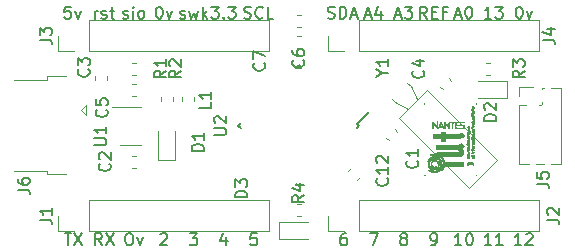
<source format=gto>
G04 #@! TF.GenerationSoftware,KiCad,Pcbnew,(5.1.2)-2*
G04 #@! TF.CreationDate,2019-11-25T16:57:55+01:00*
G04 #@! TF.ProjectId,nanoSAMD21E18v1,6e616e6f-5341-44d4-9432-314531387631,rev?*
G04 #@! TF.SameCoordinates,Original*
G04 #@! TF.FileFunction,Legend,Top*
G04 #@! TF.FilePolarity,Positive*
%FSLAX46Y46*%
G04 Gerber Fmt 4.6, Leading zero omitted, Abs format (unit mm)*
G04 Created by KiCad (PCBNEW (5.1.2)-2) date 2019-11-25 16:57:55*
%MOMM*%
%LPD*%
G04 APERTURE LIST*
%ADD10C,0.150000*%
%ADD11C,0.010000*%
%ADD12C,0.120000*%
G04 APERTURE END LIST*
D10*
X130333809Y-102830380D02*
X130524285Y-102830380D01*
X130619523Y-102878000D01*
X130714761Y-102973238D01*
X130762380Y-103163714D01*
X130762380Y-103497047D01*
X130714761Y-103687523D01*
X130619523Y-103782761D01*
X130524285Y-103830380D01*
X130333809Y-103830380D01*
X130238571Y-103782761D01*
X130143333Y-103687523D01*
X130095714Y-103497047D01*
X130095714Y-103163714D01*
X130143333Y-102973238D01*
X130238571Y-102878000D01*
X130333809Y-102830380D01*
X131095714Y-103163714D02*
X131333809Y-103830380D01*
X131571904Y-103163714D01*
X163401428Y-83653380D02*
X163496666Y-83653380D01*
X163591904Y-83701000D01*
X163639523Y-83748619D01*
X163687142Y-83843857D01*
X163734761Y-84034333D01*
X163734761Y-84272428D01*
X163687142Y-84462904D01*
X163639523Y-84558142D01*
X163591904Y-84605761D01*
X163496666Y-84653380D01*
X163401428Y-84653380D01*
X163306190Y-84605761D01*
X163258571Y-84558142D01*
X163210952Y-84462904D01*
X163163333Y-84272428D01*
X163163333Y-84034333D01*
X163210952Y-83843857D01*
X163258571Y-83748619D01*
X163306190Y-83701000D01*
X163401428Y-83653380D01*
X164068095Y-83986714D02*
X164306190Y-84653380D01*
X164544285Y-83986714D01*
X125460142Y-83653380D02*
X124983952Y-83653380D01*
X124936333Y-84129571D01*
X124983952Y-84081952D01*
X125079190Y-84034333D01*
X125317285Y-84034333D01*
X125412523Y-84081952D01*
X125460142Y-84129571D01*
X125507761Y-84224809D01*
X125507761Y-84462904D01*
X125460142Y-84558142D01*
X125412523Y-84605761D01*
X125317285Y-84653380D01*
X125079190Y-84653380D01*
X124983952Y-84605761D01*
X124936333Y-84558142D01*
X125841095Y-83986714D02*
X126079190Y-84653380D01*
X126317285Y-83986714D01*
X127508095Y-84653380D02*
X127508095Y-83986714D01*
X127508095Y-84177190D02*
X127555714Y-84081952D01*
X127603333Y-84034333D01*
X127698571Y-83986714D01*
X127793809Y-83986714D01*
X128079523Y-84605761D02*
X128174761Y-84653380D01*
X128365238Y-84653380D01*
X128460476Y-84605761D01*
X128508095Y-84510523D01*
X128508095Y-84462904D01*
X128460476Y-84367666D01*
X128365238Y-84320047D01*
X128222380Y-84320047D01*
X128127142Y-84272428D01*
X128079523Y-84177190D01*
X128079523Y-84129571D01*
X128127142Y-84034333D01*
X128222380Y-83986714D01*
X128365238Y-83986714D01*
X128460476Y-84034333D01*
X128793809Y-83986714D02*
X129174761Y-83986714D01*
X128936666Y-83653380D02*
X128936666Y-84510523D01*
X128984285Y-84605761D01*
X129079523Y-84653380D01*
X129174761Y-84653380D01*
X129905238Y-84605761D02*
X130000476Y-84653380D01*
X130190952Y-84653380D01*
X130286190Y-84605761D01*
X130333809Y-84510523D01*
X130333809Y-84462904D01*
X130286190Y-84367666D01*
X130190952Y-84320047D01*
X130048095Y-84320047D01*
X129952857Y-84272428D01*
X129905238Y-84177190D01*
X129905238Y-84129571D01*
X129952857Y-84034333D01*
X130048095Y-83986714D01*
X130190952Y-83986714D01*
X130286190Y-84034333D01*
X130762380Y-84653380D02*
X130762380Y-83986714D01*
X130762380Y-83653380D02*
X130714761Y-83701000D01*
X130762380Y-83748619D01*
X130810000Y-83701000D01*
X130762380Y-83653380D01*
X130762380Y-83748619D01*
X131381428Y-84653380D02*
X131286190Y-84605761D01*
X131238571Y-84558142D01*
X131190952Y-84462904D01*
X131190952Y-84177190D01*
X131238571Y-84081952D01*
X131286190Y-84034333D01*
X131381428Y-83986714D01*
X131524285Y-83986714D01*
X131619523Y-84034333D01*
X131667142Y-84081952D01*
X131714761Y-84177190D01*
X131714761Y-84462904D01*
X131667142Y-84558142D01*
X131619523Y-84605761D01*
X131524285Y-84653380D01*
X131381428Y-84653380D01*
X132921428Y-83653380D02*
X133016666Y-83653380D01*
X133111904Y-83701000D01*
X133159523Y-83748619D01*
X133207142Y-83843857D01*
X133254761Y-84034333D01*
X133254761Y-84272428D01*
X133207142Y-84462904D01*
X133159523Y-84558142D01*
X133111904Y-84605761D01*
X133016666Y-84653380D01*
X132921428Y-84653380D01*
X132826190Y-84605761D01*
X132778571Y-84558142D01*
X132730952Y-84462904D01*
X132683333Y-84272428D01*
X132683333Y-84034333D01*
X132730952Y-83843857D01*
X132778571Y-83748619D01*
X132826190Y-83701000D01*
X132921428Y-83653380D01*
X133588095Y-83986714D02*
X133826190Y-84653380D01*
X134064285Y-83986714D01*
X134747142Y-84605761D02*
X134842380Y-84653380D01*
X135032857Y-84653380D01*
X135128095Y-84605761D01*
X135175714Y-84510523D01*
X135175714Y-84462904D01*
X135128095Y-84367666D01*
X135032857Y-84320047D01*
X134890000Y-84320047D01*
X134794761Y-84272428D01*
X134747142Y-84177190D01*
X134747142Y-84129571D01*
X134794761Y-84034333D01*
X134890000Y-83986714D01*
X135032857Y-83986714D01*
X135128095Y-84034333D01*
X135509047Y-83986714D02*
X135699523Y-84653380D01*
X135890000Y-84177190D01*
X136080476Y-84653380D01*
X136270952Y-83986714D01*
X136651904Y-84653380D02*
X136651904Y-83653380D01*
X136747142Y-84272428D02*
X137032857Y-84653380D01*
X137032857Y-83986714D02*
X136651904Y-84367666D01*
X137382380Y-83653380D02*
X138001428Y-83653380D01*
X137668095Y-84034333D01*
X137810952Y-84034333D01*
X137906190Y-84081952D01*
X137953809Y-84129571D01*
X138001428Y-84224809D01*
X138001428Y-84462904D01*
X137953809Y-84558142D01*
X137906190Y-84605761D01*
X137810952Y-84653380D01*
X137525238Y-84653380D01*
X137430000Y-84605761D01*
X137382380Y-84558142D01*
X138430000Y-84558142D02*
X138477619Y-84605761D01*
X138430000Y-84653380D01*
X138382380Y-84605761D01*
X138430000Y-84558142D01*
X138430000Y-84653380D01*
X138810952Y-83653380D02*
X139430000Y-83653380D01*
X139096666Y-84034333D01*
X139239523Y-84034333D01*
X139334761Y-84081952D01*
X139382380Y-84129571D01*
X139430000Y-84224809D01*
X139430000Y-84462904D01*
X139382380Y-84558142D01*
X139334761Y-84605761D01*
X139239523Y-84653380D01*
X138953809Y-84653380D01*
X138858571Y-84605761D01*
X138810952Y-84558142D01*
X140160523Y-84605761D02*
X140303380Y-84653380D01*
X140541476Y-84653380D01*
X140636714Y-84605761D01*
X140684333Y-84558142D01*
X140731952Y-84462904D01*
X140731952Y-84367666D01*
X140684333Y-84272428D01*
X140636714Y-84224809D01*
X140541476Y-84177190D01*
X140351000Y-84129571D01*
X140255761Y-84081952D01*
X140208142Y-84034333D01*
X140160523Y-83939095D01*
X140160523Y-83843857D01*
X140208142Y-83748619D01*
X140255761Y-83701000D01*
X140351000Y-83653380D01*
X140589095Y-83653380D01*
X140731952Y-83701000D01*
X141731952Y-84558142D02*
X141684333Y-84605761D01*
X141541476Y-84653380D01*
X141446238Y-84653380D01*
X141303380Y-84605761D01*
X141208142Y-84510523D01*
X141160523Y-84415285D01*
X141112904Y-84224809D01*
X141112904Y-84081952D01*
X141160523Y-83891476D01*
X141208142Y-83796238D01*
X141303380Y-83701000D01*
X141446238Y-83653380D01*
X141541476Y-83653380D01*
X141684333Y-83701000D01*
X141731952Y-83748619D01*
X142636714Y-84653380D02*
X142160523Y-84653380D01*
X142160523Y-83653380D01*
X147248714Y-84605761D02*
X147391571Y-84653380D01*
X147629666Y-84653380D01*
X147724904Y-84605761D01*
X147772523Y-84558142D01*
X147820142Y-84462904D01*
X147820142Y-84367666D01*
X147772523Y-84272428D01*
X147724904Y-84224809D01*
X147629666Y-84177190D01*
X147439190Y-84129571D01*
X147343952Y-84081952D01*
X147296333Y-84034333D01*
X147248714Y-83939095D01*
X147248714Y-83843857D01*
X147296333Y-83748619D01*
X147343952Y-83701000D01*
X147439190Y-83653380D01*
X147677285Y-83653380D01*
X147820142Y-83701000D01*
X148248714Y-84653380D02*
X148248714Y-83653380D01*
X148486809Y-83653380D01*
X148629666Y-83701000D01*
X148724904Y-83796238D01*
X148772523Y-83891476D01*
X148820142Y-84081952D01*
X148820142Y-84224809D01*
X148772523Y-84415285D01*
X148724904Y-84510523D01*
X148629666Y-84605761D01*
X148486809Y-84653380D01*
X148248714Y-84653380D01*
X149201095Y-84367666D02*
X149677285Y-84367666D01*
X149105857Y-84653380D02*
X149439190Y-83653380D01*
X149772523Y-84653380D01*
X150415714Y-84367666D02*
X150891904Y-84367666D01*
X150320476Y-84653380D02*
X150653809Y-83653380D01*
X150987142Y-84653380D01*
X151749047Y-83986714D02*
X151749047Y-84653380D01*
X151510952Y-83605761D02*
X151272857Y-84320047D01*
X151891904Y-84320047D01*
X152955714Y-84367666D02*
X153431904Y-84367666D01*
X152860476Y-84653380D02*
X153193809Y-83653380D01*
X153527142Y-84653380D01*
X153765238Y-83653380D02*
X154384285Y-83653380D01*
X154050952Y-84034333D01*
X154193809Y-84034333D01*
X154289047Y-84081952D01*
X154336666Y-84129571D01*
X154384285Y-84224809D01*
X154384285Y-84462904D01*
X154336666Y-84558142D01*
X154289047Y-84605761D01*
X154193809Y-84653380D01*
X153908095Y-84653380D01*
X153812857Y-84605761D01*
X153765238Y-84558142D01*
X155638571Y-84653380D02*
X155305238Y-84177190D01*
X155067142Y-84653380D02*
X155067142Y-83653380D01*
X155448095Y-83653380D01*
X155543333Y-83701000D01*
X155590952Y-83748619D01*
X155638571Y-83843857D01*
X155638571Y-83986714D01*
X155590952Y-84081952D01*
X155543333Y-84129571D01*
X155448095Y-84177190D01*
X155067142Y-84177190D01*
X156067142Y-84129571D02*
X156400476Y-84129571D01*
X156543333Y-84653380D02*
X156067142Y-84653380D01*
X156067142Y-83653380D01*
X156543333Y-83653380D01*
X157305238Y-84129571D02*
X156971904Y-84129571D01*
X156971904Y-84653380D02*
X156971904Y-83653380D01*
X157448095Y-83653380D01*
X158035714Y-84367666D02*
X158511904Y-84367666D01*
X157940476Y-84653380D02*
X158273809Y-83653380D01*
X158607142Y-84653380D01*
X159130952Y-83653380D02*
X159226190Y-83653380D01*
X159321428Y-83701000D01*
X159369047Y-83748619D01*
X159416666Y-83843857D01*
X159464285Y-84034333D01*
X159464285Y-84272428D01*
X159416666Y-84462904D01*
X159369047Y-84558142D01*
X159321428Y-84605761D01*
X159226190Y-84653380D01*
X159130952Y-84653380D01*
X159035714Y-84605761D01*
X158988095Y-84558142D01*
X158940476Y-84462904D01*
X158892857Y-84272428D01*
X158892857Y-84034333D01*
X158940476Y-83843857D01*
X158988095Y-83748619D01*
X159035714Y-83701000D01*
X159130952Y-83653380D01*
X161099523Y-84653380D02*
X160528095Y-84653380D01*
X160813809Y-84653380D02*
X160813809Y-83653380D01*
X160718571Y-83796238D01*
X160623333Y-83891476D01*
X160528095Y-83939095D01*
X161432857Y-83653380D02*
X162051904Y-83653380D01*
X161718571Y-84034333D01*
X161861428Y-84034333D01*
X161956666Y-84081952D01*
X162004285Y-84129571D01*
X162051904Y-84224809D01*
X162051904Y-84462904D01*
X162004285Y-84558142D01*
X161956666Y-84605761D01*
X161861428Y-84653380D01*
X161575714Y-84653380D01*
X161480476Y-84605761D01*
X161432857Y-84558142D01*
X163639523Y-103830380D02*
X163068095Y-103830380D01*
X163353809Y-103830380D02*
X163353809Y-102830380D01*
X163258571Y-102973238D01*
X163163333Y-103068476D01*
X163068095Y-103116095D01*
X164020476Y-102925619D02*
X164068095Y-102878000D01*
X164163333Y-102830380D01*
X164401428Y-102830380D01*
X164496666Y-102878000D01*
X164544285Y-102925619D01*
X164591904Y-103020857D01*
X164591904Y-103116095D01*
X164544285Y-103258952D01*
X163972857Y-103830380D01*
X164591904Y-103830380D01*
X161099523Y-103830380D02*
X160528095Y-103830380D01*
X160813809Y-103830380D02*
X160813809Y-102830380D01*
X160718571Y-102973238D01*
X160623333Y-103068476D01*
X160528095Y-103116095D01*
X162051904Y-103830380D02*
X161480476Y-103830380D01*
X161766190Y-103830380D02*
X161766190Y-102830380D01*
X161670952Y-102973238D01*
X161575714Y-103068476D01*
X161480476Y-103116095D01*
X158559523Y-103830380D02*
X157988095Y-103830380D01*
X158273809Y-103830380D02*
X158273809Y-102830380D01*
X158178571Y-102973238D01*
X158083333Y-103068476D01*
X157988095Y-103116095D01*
X159178571Y-102830380D02*
X159273809Y-102830380D01*
X159369047Y-102878000D01*
X159416666Y-102925619D01*
X159464285Y-103020857D01*
X159511904Y-103211333D01*
X159511904Y-103449428D01*
X159464285Y-103639904D01*
X159416666Y-103735142D01*
X159369047Y-103782761D01*
X159273809Y-103830380D01*
X159178571Y-103830380D01*
X159083333Y-103782761D01*
X159035714Y-103735142D01*
X158988095Y-103639904D01*
X158940476Y-103449428D01*
X158940476Y-103211333D01*
X158988095Y-103020857D01*
X159035714Y-102925619D01*
X159083333Y-102878000D01*
X159178571Y-102830380D01*
X156019523Y-103830380D02*
X156210000Y-103830380D01*
X156305238Y-103782761D01*
X156352857Y-103735142D01*
X156448095Y-103592285D01*
X156495714Y-103401809D01*
X156495714Y-103020857D01*
X156448095Y-102925619D01*
X156400476Y-102878000D01*
X156305238Y-102830380D01*
X156114761Y-102830380D01*
X156019523Y-102878000D01*
X155971904Y-102925619D01*
X155924285Y-103020857D01*
X155924285Y-103258952D01*
X155971904Y-103354190D01*
X156019523Y-103401809D01*
X156114761Y-103449428D01*
X156305238Y-103449428D01*
X156400476Y-103401809D01*
X156448095Y-103354190D01*
X156495714Y-103258952D01*
X153574761Y-103258952D02*
X153479523Y-103211333D01*
X153431904Y-103163714D01*
X153384285Y-103068476D01*
X153384285Y-103020857D01*
X153431904Y-102925619D01*
X153479523Y-102878000D01*
X153574761Y-102830380D01*
X153765238Y-102830380D01*
X153860476Y-102878000D01*
X153908095Y-102925619D01*
X153955714Y-103020857D01*
X153955714Y-103068476D01*
X153908095Y-103163714D01*
X153860476Y-103211333D01*
X153765238Y-103258952D01*
X153574761Y-103258952D01*
X153479523Y-103306571D01*
X153431904Y-103354190D01*
X153384285Y-103449428D01*
X153384285Y-103639904D01*
X153431904Y-103735142D01*
X153479523Y-103782761D01*
X153574761Y-103830380D01*
X153765238Y-103830380D01*
X153860476Y-103782761D01*
X153908095Y-103735142D01*
X153955714Y-103639904D01*
X153955714Y-103449428D01*
X153908095Y-103354190D01*
X153860476Y-103306571D01*
X153765238Y-103258952D01*
X150796666Y-102830380D02*
X151463333Y-102830380D01*
X151034761Y-103830380D01*
X148780476Y-102830380D02*
X148590000Y-102830380D01*
X148494761Y-102878000D01*
X148447142Y-102925619D01*
X148351904Y-103068476D01*
X148304285Y-103258952D01*
X148304285Y-103639904D01*
X148351904Y-103735142D01*
X148399523Y-103782761D01*
X148494761Y-103830380D01*
X148685238Y-103830380D01*
X148780476Y-103782761D01*
X148828095Y-103735142D01*
X148875714Y-103639904D01*
X148875714Y-103401809D01*
X148828095Y-103306571D01*
X148780476Y-103258952D01*
X148685238Y-103211333D01*
X148494761Y-103211333D01*
X148399523Y-103258952D01*
X148351904Y-103306571D01*
X148304285Y-103401809D01*
X141208095Y-102830380D02*
X140731904Y-102830380D01*
X140684285Y-103306571D01*
X140731904Y-103258952D01*
X140827142Y-103211333D01*
X141065238Y-103211333D01*
X141160476Y-103258952D01*
X141208095Y-103306571D01*
X141255714Y-103401809D01*
X141255714Y-103639904D01*
X141208095Y-103735142D01*
X141160476Y-103782761D01*
X141065238Y-103830380D01*
X140827142Y-103830380D01*
X140731904Y-103782761D01*
X140684285Y-103735142D01*
X138620476Y-103163714D02*
X138620476Y-103830380D01*
X138382380Y-102782761D02*
X138144285Y-103497047D01*
X138763333Y-103497047D01*
X135556666Y-102830380D02*
X136175714Y-102830380D01*
X135842380Y-103211333D01*
X135985238Y-103211333D01*
X136080476Y-103258952D01*
X136128095Y-103306571D01*
X136175714Y-103401809D01*
X136175714Y-103639904D01*
X136128095Y-103735142D01*
X136080476Y-103782761D01*
X135985238Y-103830380D01*
X135699523Y-103830380D01*
X135604285Y-103782761D01*
X135556666Y-103735142D01*
X133064285Y-102925619D02*
X133111904Y-102878000D01*
X133207142Y-102830380D01*
X133445238Y-102830380D01*
X133540476Y-102878000D01*
X133588095Y-102925619D01*
X133635714Y-103020857D01*
X133635714Y-103116095D01*
X133588095Y-103258952D01*
X133016666Y-103830380D01*
X133635714Y-103830380D01*
X128103333Y-103830380D02*
X127770000Y-103354190D01*
X127531904Y-103830380D02*
X127531904Y-102830380D01*
X127912857Y-102830380D01*
X128008095Y-102878000D01*
X128055714Y-102925619D01*
X128103333Y-103020857D01*
X128103333Y-103163714D01*
X128055714Y-103258952D01*
X128008095Y-103306571D01*
X127912857Y-103354190D01*
X127531904Y-103354190D01*
X128436666Y-102830380D02*
X129103333Y-103830380D01*
X129103333Y-102830380D02*
X128436666Y-103830380D01*
X124968095Y-102830380D02*
X125539523Y-102830380D01*
X125253809Y-103830380D02*
X125253809Y-102830380D01*
X125777619Y-102830380D02*
X126444285Y-103830380D01*
X126444285Y-102830380D02*
X125777619Y-103830380D01*
D11*
G36*
X155400375Y-91821000D02*
G01*
X155416250Y-91836875D01*
X155400375Y-91852750D01*
X155384500Y-91836875D01*
X155400375Y-91821000D01*
X155400375Y-91821000D01*
G37*
X155400375Y-91821000D02*
X155416250Y-91836875D01*
X155400375Y-91852750D01*
X155384500Y-91836875D01*
X155400375Y-91821000D01*
G36*
X155403951Y-97864414D02*
G01*
X155416250Y-97869375D01*
X155446538Y-97897906D01*
X155448000Y-97902999D01*
X155423435Y-97916636D01*
X155416250Y-97917000D01*
X155385720Y-97892593D01*
X155384500Y-97883377D01*
X155403951Y-97864414D01*
X155403951Y-97864414D01*
G37*
X155403951Y-97864414D02*
X155416250Y-97869375D01*
X155446538Y-97897906D01*
X155448000Y-97902999D01*
X155423435Y-97916636D01*
X155416250Y-97917000D01*
X155385720Y-97892593D01*
X155384500Y-97883377D01*
X155403951Y-97864414D01*
G36*
X156088255Y-93520272D02*
G01*
X156097747Y-93436648D01*
X156112247Y-93394392D01*
X156113687Y-93393282D01*
X156143683Y-93409235D01*
X156197620Y-93468046D01*
X156265883Y-93558663D01*
X156296250Y-93603152D01*
X156448125Y-93831987D01*
X156484309Y-93360875D01*
X156490029Y-93654563D01*
X156491144Y-93782282D01*
X156489401Y-93881929D01*
X156485179Y-93939538D01*
X156482038Y-93948250D01*
X156458908Y-93924103D01*
X156408713Y-93859544D01*
X156340493Y-93766398D01*
X156307413Y-93719854D01*
X156146500Y-93491458D01*
X156146500Y-93719854D01*
X156142407Y-93836198D01*
X156131394Y-93916866D01*
X156115358Y-93948214D01*
X156114750Y-93948250D01*
X156099702Y-93919500D01*
X156089495Y-93844879D01*
X156084163Y-93741835D01*
X156083738Y-93627817D01*
X156088255Y-93520272D01*
X156088255Y-93520272D01*
G37*
X156088255Y-93520272D02*
X156097747Y-93436648D01*
X156112247Y-93394392D01*
X156113687Y-93393282D01*
X156143683Y-93409235D01*
X156197620Y-93468046D01*
X156265883Y-93558663D01*
X156296250Y-93603152D01*
X156448125Y-93831987D01*
X156484309Y-93360875D01*
X156490029Y-93654563D01*
X156491144Y-93782282D01*
X156489401Y-93881929D01*
X156485179Y-93939538D01*
X156482038Y-93948250D01*
X156458908Y-93924103D01*
X156408713Y-93859544D01*
X156340493Y-93766398D01*
X156307413Y-93719854D01*
X156146500Y-93491458D01*
X156146500Y-93719854D01*
X156142407Y-93836198D01*
X156131394Y-93916866D01*
X156115358Y-93948214D01*
X156114750Y-93948250D01*
X156099702Y-93919500D01*
X156089495Y-93844879D01*
X156084163Y-93741835D01*
X156083738Y-93627817D01*
X156088255Y-93520272D01*
G36*
X155654965Y-96688728D02*
G01*
X155695066Y-96612600D01*
X155762214Y-96527319D01*
X155844755Y-96447654D01*
X155931036Y-96388376D01*
X155932222Y-96387757D01*
X156116912Y-96323597D01*
X156299125Y-96317495D01*
X156469674Y-96364364D01*
X156619368Y-96459117D01*
X156739019Y-96596668D01*
X156819437Y-96771932D01*
X156845025Y-96893017D01*
X156857718Y-96977027D01*
X156867743Y-97015996D01*
X156872587Y-97004188D01*
X156887843Y-96948351D01*
X156908500Y-96932750D01*
X156934104Y-96959450D01*
X156937615Y-97028448D01*
X156920551Y-97123098D01*
X156884428Y-97226752D01*
X156881015Y-97234375D01*
X156772574Y-97400953D01*
X156760149Y-97411883D01*
X156760149Y-97271217D01*
X156766926Y-97271020D01*
X156795623Y-97236245D01*
X156824370Y-97190800D01*
X156844427Y-97144551D01*
X156849084Y-97117085D01*
X156833425Y-97125896D01*
X156812592Y-97161482D01*
X156784049Y-97218500D01*
X156760149Y-97271217D01*
X156760149Y-97411883D01*
X156621082Y-97534218D01*
X156575125Y-97557308D01*
X156575125Y-97488375D01*
X156662437Y-97411404D01*
X156728784Y-97349351D01*
X156749384Y-97319220D01*
X156739409Y-97313750D01*
X156713883Y-97335049D01*
X156664067Y-97387624D01*
X156652096Y-97401063D01*
X156575125Y-97488375D01*
X156575125Y-97557308D01*
X156543375Y-97573261D01*
X156543375Y-97504250D01*
X156559250Y-97488375D01*
X156543375Y-97472500D01*
X156527500Y-97488375D01*
X156543375Y-97504250D01*
X156543375Y-97573261D01*
X156479875Y-97605167D01*
X156479875Y-97536000D01*
X156495750Y-97520125D01*
X156479875Y-97504250D01*
X156464000Y-97520125D01*
X156479875Y-97536000D01*
X156479875Y-97605167D01*
X156441322Y-97624539D01*
X156248074Y-97662282D01*
X156223593Y-97662823D01*
X156122552Y-97650972D01*
X156005093Y-97620374D01*
X155894453Y-97578926D01*
X155813867Y-97534526D01*
X155794692Y-97517044D01*
X155767771Y-97469030D01*
X155790486Y-97454127D01*
X155857869Y-97473034D01*
X155915933Y-97500008D01*
X156074480Y-97557321D01*
X156258633Y-97576088D01*
X156352875Y-97572970D01*
X156413348Y-97564663D01*
X156417542Y-97547659D01*
X156400500Y-97533871D01*
X156371770Y-97504020D01*
X156395630Y-97474814D01*
X156413860Y-97462920D01*
X156588358Y-97327822D01*
X156706117Y-97177480D01*
X156765093Y-97015931D01*
X156763242Y-96847215D01*
X156750893Y-96797046D01*
X156709519Y-96706716D01*
X156643187Y-96608767D01*
X156565508Y-96518851D01*
X156490094Y-96452625D01*
X156430554Y-96425743D01*
X156428047Y-96425716D01*
X156408870Y-96435519D01*
X156438868Y-96458306D01*
X156477680Y-96502140D01*
X156473097Y-96544217D01*
X156434761Y-96561847D01*
X156399413Y-96551169D01*
X156270678Y-96515001D01*
X156136488Y-96531199D01*
X156009451Y-96591251D01*
X155980331Y-96617146D01*
X155980331Y-96471344D01*
X156035627Y-96456405D01*
X156122608Y-96434542D01*
X156230765Y-96421073D01*
X156251754Y-96419993D01*
X156324484Y-96415924D01*
X156336819Y-96410219D01*
X156292298Y-96401526D01*
X156192280Y-96397758D01*
X156094974Y-96407512D01*
X156017877Y-96429330D01*
X155972545Y-96455704D01*
X155971174Y-96457634D01*
X155980331Y-96471344D01*
X155980331Y-96617146D01*
X155902175Y-96686647D01*
X155827268Y-96808875D01*
X155797340Y-96949425D01*
X155797249Y-96957644D01*
X155818414Y-97077332D01*
X155873973Y-97194705D01*
X155952026Y-97293900D01*
X156040673Y-97359053D01*
X156111094Y-97376008D01*
X156120662Y-97364986D01*
X156079905Y-97339240D01*
X156063261Y-97331628D01*
X155982399Y-97282211D01*
X155916348Y-97217803D01*
X155879343Y-97155119D01*
X155880481Y-97117011D01*
X155911731Y-97119334D01*
X155971642Y-97156614D01*
X156007262Y-97185685D01*
X156139454Y-97264229D01*
X156282805Y-97281085D01*
X156427645Y-97236757D01*
X156490844Y-97188626D01*
X156543177Y-97123489D01*
X156574554Y-97058973D01*
X156574884Y-97012705D01*
X156561798Y-97002392D01*
X156535692Y-96965725D01*
X156527500Y-96911787D01*
X156504407Y-96835289D01*
X156445839Y-96751468D01*
X156434692Y-96739808D01*
X156355485Y-96672177D01*
X156299451Y-96647724D01*
X156274192Y-96669327D01*
X156273500Y-96678750D01*
X156247068Y-96705032D01*
X156213517Y-96710500D01*
X156118599Y-96737724D01*
X156049134Y-96807621D01*
X156010773Y-96902535D01*
X156009164Y-97004806D01*
X156049955Y-97096776D01*
X156080167Y-97127341D01*
X156168226Y-97172491D01*
X156265248Y-97185385D01*
X156344583Y-97163644D01*
X156358816Y-97152234D01*
X156398104Y-97135553D01*
X156413922Y-97151033D01*
X156405226Y-97181519D01*
X156352295Y-97206051D01*
X156274369Y-97220513D01*
X156190687Y-97220792D01*
X156138066Y-97210034D01*
X156033186Y-97146314D01*
X155971647Y-97051601D01*
X155953839Y-96941675D01*
X155980158Y-96832317D01*
X156050996Y-96739309D01*
X156125187Y-96693284D01*
X156180731Y-96663684D01*
X156179066Y-96649196D01*
X156168438Y-96648243D01*
X156126776Y-96637259D01*
X156132242Y-96615064D01*
X156172721Y-96593304D01*
X156235686Y-96583619D01*
X156316831Y-96599201D01*
X156406062Y-96637812D01*
X156482421Y-96687541D01*
X156524948Y-96736478D01*
X156527986Y-96749721D01*
X156538092Y-96767494D01*
X156558414Y-96742516D01*
X156596328Y-96715005D01*
X156632926Y-96743548D01*
X156662439Y-96820858D01*
X156674543Y-96889219D01*
X156663594Y-97028551D01*
X156605035Y-97161421D01*
X156575125Y-97196985D01*
X156575125Y-96837500D01*
X156591000Y-96821625D01*
X156575125Y-96805750D01*
X156559250Y-96821625D01*
X156575125Y-96837500D01*
X156575125Y-97196985D01*
X156510842Y-97273422D01*
X156392993Y-97350150D01*
X156268804Y-97377250D01*
X156196650Y-97392065D01*
X156178250Y-97424875D01*
X156154018Y-97463842D01*
X156090188Y-97468719D01*
X156000056Y-97440546D01*
X155934948Y-97405801D01*
X155813199Y-97294772D01*
X155749625Y-97172615D01*
X155749625Y-96710500D01*
X155765500Y-96694625D01*
X155749625Y-96678750D01*
X155749625Y-96662875D01*
X155836937Y-96585904D01*
X155903284Y-96523851D01*
X155923884Y-96493720D01*
X155913909Y-96488250D01*
X155888383Y-96509549D01*
X155838567Y-96562124D01*
X155826596Y-96575563D01*
X155749625Y-96662875D01*
X155749625Y-96678750D01*
X155733750Y-96694625D01*
X155749625Y-96710500D01*
X155749625Y-97172615D01*
X155735075Y-97144657D01*
X155705975Y-96967079D01*
X155707233Y-96915797D01*
X155709489Y-96825455D01*
X155704028Y-96770370D01*
X155696256Y-96761602D01*
X155662929Y-96752620D01*
X155653562Y-96740936D01*
X155654965Y-96688728D01*
X155654965Y-96688728D01*
G37*
X155654965Y-96688728D02*
X155695066Y-96612600D01*
X155762214Y-96527319D01*
X155844755Y-96447654D01*
X155931036Y-96388376D01*
X155932222Y-96387757D01*
X156116912Y-96323597D01*
X156299125Y-96317495D01*
X156469674Y-96364364D01*
X156619368Y-96459117D01*
X156739019Y-96596668D01*
X156819437Y-96771932D01*
X156845025Y-96893017D01*
X156857718Y-96977027D01*
X156867743Y-97015996D01*
X156872587Y-97004188D01*
X156887843Y-96948351D01*
X156908500Y-96932750D01*
X156934104Y-96959450D01*
X156937615Y-97028448D01*
X156920551Y-97123098D01*
X156884428Y-97226752D01*
X156881015Y-97234375D01*
X156772574Y-97400953D01*
X156760149Y-97411883D01*
X156760149Y-97271217D01*
X156766926Y-97271020D01*
X156795623Y-97236245D01*
X156824370Y-97190800D01*
X156844427Y-97144551D01*
X156849084Y-97117085D01*
X156833425Y-97125896D01*
X156812592Y-97161482D01*
X156784049Y-97218500D01*
X156760149Y-97271217D01*
X156760149Y-97411883D01*
X156621082Y-97534218D01*
X156575125Y-97557308D01*
X156575125Y-97488375D01*
X156662437Y-97411404D01*
X156728784Y-97349351D01*
X156749384Y-97319220D01*
X156739409Y-97313750D01*
X156713883Y-97335049D01*
X156664067Y-97387624D01*
X156652096Y-97401063D01*
X156575125Y-97488375D01*
X156575125Y-97557308D01*
X156543375Y-97573261D01*
X156543375Y-97504250D01*
X156559250Y-97488375D01*
X156543375Y-97472500D01*
X156527500Y-97488375D01*
X156543375Y-97504250D01*
X156543375Y-97573261D01*
X156479875Y-97605167D01*
X156479875Y-97536000D01*
X156495750Y-97520125D01*
X156479875Y-97504250D01*
X156464000Y-97520125D01*
X156479875Y-97536000D01*
X156479875Y-97605167D01*
X156441322Y-97624539D01*
X156248074Y-97662282D01*
X156223593Y-97662823D01*
X156122552Y-97650972D01*
X156005093Y-97620374D01*
X155894453Y-97578926D01*
X155813867Y-97534526D01*
X155794692Y-97517044D01*
X155767771Y-97469030D01*
X155790486Y-97454127D01*
X155857869Y-97473034D01*
X155915933Y-97500008D01*
X156074480Y-97557321D01*
X156258633Y-97576088D01*
X156352875Y-97572970D01*
X156413348Y-97564663D01*
X156417542Y-97547659D01*
X156400500Y-97533871D01*
X156371770Y-97504020D01*
X156395630Y-97474814D01*
X156413860Y-97462920D01*
X156588358Y-97327822D01*
X156706117Y-97177480D01*
X156765093Y-97015931D01*
X156763242Y-96847215D01*
X156750893Y-96797046D01*
X156709519Y-96706716D01*
X156643187Y-96608767D01*
X156565508Y-96518851D01*
X156490094Y-96452625D01*
X156430554Y-96425743D01*
X156428047Y-96425716D01*
X156408870Y-96435519D01*
X156438868Y-96458306D01*
X156477680Y-96502140D01*
X156473097Y-96544217D01*
X156434761Y-96561847D01*
X156399413Y-96551169D01*
X156270678Y-96515001D01*
X156136488Y-96531199D01*
X156009451Y-96591251D01*
X155980331Y-96617146D01*
X155980331Y-96471344D01*
X156035627Y-96456405D01*
X156122608Y-96434542D01*
X156230765Y-96421073D01*
X156251754Y-96419993D01*
X156324484Y-96415924D01*
X156336819Y-96410219D01*
X156292298Y-96401526D01*
X156192280Y-96397758D01*
X156094974Y-96407512D01*
X156017877Y-96429330D01*
X155972545Y-96455704D01*
X155971174Y-96457634D01*
X155980331Y-96471344D01*
X155980331Y-96617146D01*
X155902175Y-96686647D01*
X155827268Y-96808875D01*
X155797340Y-96949425D01*
X155797249Y-96957644D01*
X155818414Y-97077332D01*
X155873973Y-97194705D01*
X155952026Y-97293900D01*
X156040673Y-97359053D01*
X156111094Y-97376008D01*
X156120662Y-97364986D01*
X156079905Y-97339240D01*
X156063261Y-97331628D01*
X155982399Y-97282211D01*
X155916348Y-97217803D01*
X155879343Y-97155119D01*
X155880481Y-97117011D01*
X155911731Y-97119334D01*
X155971642Y-97156614D01*
X156007262Y-97185685D01*
X156139454Y-97264229D01*
X156282805Y-97281085D01*
X156427645Y-97236757D01*
X156490844Y-97188626D01*
X156543177Y-97123489D01*
X156574554Y-97058973D01*
X156574884Y-97012705D01*
X156561798Y-97002392D01*
X156535692Y-96965725D01*
X156527500Y-96911787D01*
X156504407Y-96835289D01*
X156445839Y-96751468D01*
X156434692Y-96739808D01*
X156355485Y-96672177D01*
X156299451Y-96647724D01*
X156274192Y-96669327D01*
X156273500Y-96678750D01*
X156247068Y-96705032D01*
X156213517Y-96710500D01*
X156118599Y-96737724D01*
X156049134Y-96807621D01*
X156010773Y-96902535D01*
X156009164Y-97004806D01*
X156049955Y-97096776D01*
X156080167Y-97127341D01*
X156168226Y-97172491D01*
X156265248Y-97185385D01*
X156344583Y-97163644D01*
X156358816Y-97152234D01*
X156398104Y-97135553D01*
X156413922Y-97151033D01*
X156405226Y-97181519D01*
X156352295Y-97206051D01*
X156274369Y-97220513D01*
X156190687Y-97220792D01*
X156138066Y-97210034D01*
X156033186Y-97146314D01*
X155971647Y-97051601D01*
X155953839Y-96941675D01*
X155980158Y-96832317D01*
X156050996Y-96739309D01*
X156125187Y-96693284D01*
X156180731Y-96663684D01*
X156179066Y-96649196D01*
X156168438Y-96648243D01*
X156126776Y-96637259D01*
X156132242Y-96615064D01*
X156172721Y-96593304D01*
X156235686Y-96583619D01*
X156316831Y-96599201D01*
X156406062Y-96637812D01*
X156482421Y-96687541D01*
X156524948Y-96736478D01*
X156527986Y-96749721D01*
X156538092Y-96767494D01*
X156558414Y-96742516D01*
X156596328Y-96715005D01*
X156632926Y-96743548D01*
X156662439Y-96820858D01*
X156674543Y-96889219D01*
X156663594Y-97028551D01*
X156605035Y-97161421D01*
X156575125Y-97196985D01*
X156575125Y-96837500D01*
X156591000Y-96821625D01*
X156575125Y-96805750D01*
X156559250Y-96821625D01*
X156575125Y-96837500D01*
X156575125Y-97196985D01*
X156510842Y-97273422D01*
X156392993Y-97350150D01*
X156268804Y-97377250D01*
X156196650Y-97392065D01*
X156178250Y-97424875D01*
X156154018Y-97463842D01*
X156090188Y-97468719D01*
X156000056Y-97440546D01*
X155934948Y-97405801D01*
X155813199Y-97294772D01*
X155749625Y-97172615D01*
X155749625Y-96710500D01*
X155765500Y-96694625D01*
X155749625Y-96678750D01*
X155749625Y-96662875D01*
X155836937Y-96585904D01*
X155903284Y-96523851D01*
X155923884Y-96493720D01*
X155913909Y-96488250D01*
X155888383Y-96509549D01*
X155838567Y-96562124D01*
X155826596Y-96575563D01*
X155749625Y-96662875D01*
X155749625Y-96678750D01*
X155733750Y-96694625D01*
X155749625Y-96710500D01*
X155749625Y-97172615D01*
X155735075Y-97144657D01*
X155705975Y-96967079D01*
X155707233Y-96915797D01*
X155709489Y-96825455D01*
X155704028Y-96770370D01*
X155696256Y-96761602D01*
X155662929Y-96752620D01*
X155653562Y-96740936D01*
X155654965Y-96688728D01*
G36*
X156601361Y-93852828D02*
G01*
X156634414Y-93752862D01*
X156635575Y-93749813D01*
X156694849Y-93595250D01*
X156736064Y-93490487D01*
X156763575Y-93425913D01*
X156781739Y-93391917D01*
X156794913Y-93378887D01*
X156804526Y-93377095D01*
X156826141Y-93404883D01*
X156862165Y-93478554D01*
X156905966Y-93584079D01*
X156920868Y-93623157D01*
X156965278Y-93742096D01*
X157001947Y-93840289D01*
X157024527Y-93900737D01*
X157027452Y-93908563D01*
X157021255Y-93944299D01*
X157007751Y-93948250D01*
X156975089Y-93921274D01*
X156953287Y-93868875D01*
X156930335Y-93816317D01*
X156883301Y-93793751D01*
X156809127Y-93789500D01*
X156798277Y-93790500D01*
X156798277Y-93757750D01*
X156869256Y-93754512D01*
X156890995Y-93732295D01*
X156876668Y-93672342D01*
X156870765Y-93654563D01*
X156841161Y-93577158D01*
X156815678Y-93528298D01*
X156814165Y-93526462D01*
X156790748Y-93537287D01*
X156757262Y-93593499D01*
X156741677Y-93629649D01*
X156691358Y-93757750D01*
X156798277Y-93757750D01*
X156798277Y-93790500D01*
X156720953Y-93797629D01*
X156671348Y-93829840D01*
X156648722Y-93868875D01*
X156611656Y-93937919D01*
X156590837Y-93953098D01*
X156587121Y-93922154D01*
X156601361Y-93852828D01*
X156601361Y-93852828D01*
G37*
X156601361Y-93852828D02*
X156634414Y-93752862D01*
X156635575Y-93749813D01*
X156694849Y-93595250D01*
X156736064Y-93490487D01*
X156763575Y-93425913D01*
X156781739Y-93391917D01*
X156794913Y-93378887D01*
X156804526Y-93377095D01*
X156826141Y-93404883D01*
X156862165Y-93478554D01*
X156905966Y-93584079D01*
X156920868Y-93623157D01*
X156965278Y-93742096D01*
X157001947Y-93840289D01*
X157024527Y-93900737D01*
X157027452Y-93908563D01*
X157021255Y-93944299D01*
X157007751Y-93948250D01*
X156975089Y-93921274D01*
X156953287Y-93868875D01*
X156930335Y-93816317D01*
X156883301Y-93793751D01*
X156809127Y-93789500D01*
X156798277Y-93790500D01*
X156798277Y-93757750D01*
X156869256Y-93754512D01*
X156890995Y-93732295D01*
X156876668Y-93672342D01*
X156870765Y-93654563D01*
X156841161Y-93577158D01*
X156815678Y-93528298D01*
X156814165Y-93526462D01*
X156790748Y-93537287D01*
X156757262Y-93593499D01*
X156741677Y-93629649D01*
X156691358Y-93757750D01*
X156798277Y-93757750D01*
X156798277Y-93790500D01*
X156720953Y-93797629D01*
X156671348Y-93829840D01*
X156648722Y-93868875D01*
X156611656Y-93937919D01*
X156590837Y-93953098D01*
X156587121Y-93922154D01*
X156601361Y-93852828D01*
G36*
X157101447Y-93536742D02*
G01*
X157108004Y-93439335D01*
X157117489Y-93384410D01*
X157122812Y-93377285D01*
X157149796Y-93402322D01*
X157201406Y-93468702D01*
X157268314Y-93564112D01*
X157297158Y-93607472D01*
X157447691Y-93837125D01*
X157447970Y-93606938D01*
X157452174Y-93490093D01*
X157463207Y-93408852D01*
X157479178Y-93376817D01*
X157480000Y-93376750D01*
X157495213Y-93406723D01*
X157506065Y-93489691D01*
X157511398Y-93615232D01*
X157511750Y-93662500D01*
X157508868Y-93788334D01*
X157501151Y-93885895D01*
X157489986Y-93941021D01*
X157483729Y-93948250D01*
X157454494Y-93923422D01*
X157401792Y-93857497D01*
X157335663Y-93763319D01*
X157317041Y-93735070D01*
X157178375Y-93521890D01*
X157168986Y-93735070D01*
X157158896Y-93863373D01*
X157144499Y-93931429D01*
X157128555Y-93942097D01*
X157113819Y-93898235D01*
X157103049Y-93802703D01*
X157099000Y-93662500D01*
X157101447Y-93536742D01*
X157101447Y-93536742D01*
G37*
X157101447Y-93536742D02*
X157108004Y-93439335D01*
X157117489Y-93384410D01*
X157122812Y-93377285D01*
X157149796Y-93402322D01*
X157201406Y-93468702D01*
X157268314Y-93564112D01*
X157297158Y-93607472D01*
X157447691Y-93837125D01*
X157447970Y-93606938D01*
X157452174Y-93490093D01*
X157463207Y-93408852D01*
X157479178Y-93376817D01*
X157480000Y-93376750D01*
X157495213Y-93406723D01*
X157506065Y-93489691D01*
X157511398Y-93615232D01*
X157511750Y-93662500D01*
X157508868Y-93788334D01*
X157501151Y-93885895D01*
X157489986Y-93941021D01*
X157483729Y-93948250D01*
X157454494Y-93923422D01*
X157401792Y-93857497D01*
X157335663Y-93763319D01*
X157317041Y-93735070D01*
X157178375Y-93521890D01*
X157168986Y-93735070D01*
X157158896Y-93863373D01*
X157144499Y-93931429D01*
X157128555Y-93942097D01*
X157113819Y-93898235D01*
X157103049Y-93802703D01*
X157099000Y-93662500D01*
X157101447Y-93536742D01*
G36*
X157572659Y-93391909D02*
G01*
X157649902Y-93380550D01*
X157749875Y-93376750D01*
X157857718Y-93381237D01*
X157931553Y-93393120D01*
X157956250Y-93408500D01*
X157929078Y-93432368D01*
X157876875Y-93440250D01*
X157837508Y-93442957D01*
X157813936Y-93459715D01*
X157802110Y-93503479D01*
X157797981Y-93587205D01*
X157797500Y-93694250D01*
X157793786Y-93820038D01*
X157783649Y-93908431D01*
X157768590Y-93947404D01*
X157765750Y-93948250D01*
X157750026Y-93918544D01*
X157738977Y-93837443D01*
X157734105Y-93716973D01*
X157734000Y-93694250D01*
X157734000Y-93440250D01*
X157638750Y-93440250D01*
X157571871Y-93431054D01*
X157543507Y-93408896D01*
X157543500Y-93408500D01*
X157572659Y-93391909D01*
X157572659Y-93391909D01*
G37*
X157572659Y-93391909D02*
X157649902Y-93380550D01*
X157749875Y-93376750D01*
X157857718Y-93381237D01*
X157931553Y-93393120D01*
X157956250Y-93408500D01*
X157929078Y-93432368D01*
X157876875Y-93440250D01*
X157837508Y-93442957D01*
X157813936Y-93459715D01*
X157802110Y-93503479D01*
X157797981Y-93587205D01*
X157797500Y-93694250D01*
X157793786Y-93820038D01*
X157783649Y-93908431D01*
X157768590Y-93947404D01*
X157765750Y-93948250D01*
X157750026Y-93918544D01*
X157738977Y-93837443D01*
X157734105Y-93716973D01*
X157734000Y-93694250D01*
X157734000Y-93440250D01*
X157638750Y-93440250D01*
X157571871Y-93431054D01*
X157543507Y-93408896D01*
X157543500Y-93408500D01*
X157572659Y-93391909D01*
G36*
X158164498Y-93376750D02*
G01*
X158267189Y-93381808D01*
X158318456Y-93395999D01*
X158321375Y-93408500D01*
X158279745Y-93428795D01*
X158200782Y-93439670D01*
X158176626Y-93440250D01*
X158095947Y-93444212D01*
X158060384Y-93465212D01*
X158051641Y-93516922D01*
X158051500Y-93533761D01*
X158056096Y-93590571D01*
X158081032Y-93620016D01*
X158143025Y-93633780D01*
X158202312Y-93639163D01*
X158353125Y-93651055D01*
X158202312Y-93656778D01*
X158111418Y-93662442D01*
X158067184Y-93678895D01*
X158052804Y-93718962D01*
X158051500Y-93771886D01*
X158054809Y-93838040D01*
X158075909Y-93871799D01*
X158131559Y-93886637D01*
X158202312Y-93893163D01*
X158283957Y-93899917D01*
X158310325Y-93904050D01*
X158278794Y-93907016D01*
X158186747Y-93910269D01*
X158170562Y-93910778D01*
X157988000Y-93916500D01*
X157988000Y-93376750D01*
X158164498Y-93376750D01*
X158164498Y-93376750D01*
G37*
X158164498Y-93376750D02*
X158267189Y-93381808D01*
X158318456Y-93395999D01*
X158321375Y-93408500D01*
X158279745Y-93428795D01*
X158200782Y-93439670D01*
X158176626Y-93440250D01*
X158095947Y-93444212D01*
X158060384Y-93465212D01*
X158051641Y-93516922D01*
X158051500Y-93533761D01*
X158056096Y-93590571D01*
X158081032Y-93620016D01*
X158143025Y-93633780D01*
X158202312Y-93639163D01*
X158353125Y-93651055D01*
X158202312Y-93656778D01*
X158111418Y-93662442D01*
X158067184Y-93678895D01*
X158052804Y-93718962D01*
X158051500Y-93771886D01*
X158054809Y-93838040D01*
X158075909Y-93871799D01*
X158131559Y-93886637D01*
X158202312Y-93893163D01*
X158283957Y-93899917D01*
X158310325Y-93904050D01*
X158278794Y-93907016D01*
X158186747Y-93910269D01*
X158170562Y-93910778D01*
X157988000Y-93916500D01*
X157988000Y-93376750D01*
X158164498Y-93376750D01*
G36*
X158718250Y-96774000D02*
G01*
X158718250Y-97123250D01*
X157130750Y-97123250D01*
X157130750Y-96774000D01*
X158718250Y-96774000D01*
X158718250Y-96774000D01*
G37*
X158718250Y-96774000D02*
X158718250Y-97123250D01*
X157130750Y-97123250D01*
X157130750Y-96774000D01*
X158718250Y-96774000D01*
G36*
X158575375Y-93376750D02*
G01*
X158671005Y-93381970D01*
X158734433Y-93395434D01*
X158750000Y-93408500D01*
X158721444Y-93426612D01*
X158648434Y-93438108D01*
X158591250Y-93440250D01*
X158497273Y-93442331D01*
X158450411Y-93455127D01*
X158434282Y-93488464D01*
X158432500Y-93535500D01*
X158435968Y-93591886D01*
X158457293Y-93620004D01*
X158512855Y-93629681D01*
X158591250Y-93630750D01*
X158750000Y-93630750D01*
X158750000Y-93916500D01*
X158567437Y-93910778D01*
X158467501Y-93907384D01*
X158428417Y-93904462D01*
X158447563Y-93900558D01*
X158522321Y-93894218D01*
X158535687Y-93893163D01*
X158626536Y-93883599D01*
X158670786Y-93864806D01*
X158685194Y-93823307D01*
X158686500Y-93771886D01*
X158683351Y-93704673D01*
X158662385Y-93672846D01*
X158606321Y-93663173D01*
X158543625Y-93662500D01*
X158400750Y-93662500D01*
X158400750Y-93376750D01*
X158575375Y-93376750D01*
X158575375Y-93376750D01*
G37*
X158575375Y-93376750D02*
X158671005Y-93381970D01*
X158734433Y-93395434D01*
X158750000Y-93408500D01*
X158721444Y-93426612D01*
X158648434Y-93438108D01*
X158591250Y-93440250D01*
X158497273Y-93442331D01*
X158450411Y-93455127D01*
X158434282Y-93488464D01*
X158432500Y-93535500D01*
X158435968Y-93591886D01*
X158457293Y-93620004D01*
X158512855Y-93629681D01*
X158591250Y-93630750D01*
X158750000Y-93630750D01*
X158750000Y-93916500D01*
X158567437Y-93910778D01*
X158467501Y-93907384D01*
X158428417Y-93904462D01*
X158447563Y-93900558D01*
X158522321Y-93894218D01*
X158535687Y-93893163D01*
X158626536Y-93883599D01*
X158670786Y-93864806D01*
X158685194Y-93823307D01*
X158686500Y-93771886D01*
X158683351Y-93704673D01*
X158662385Y-93672846D01*
X158606321Y-93663173D01*
X158543625Y-93662500D01*
X158400750Y-93662500D01*
X158400750Y-93376750D01*
X158575375Y-93376750D01*
G36*
X156845000Y-94456250D02*
G01*
X156845000Y-94234000D01*
X157162500Y-94234000D01*
X157162500Y-94461294D01*
X157747307Y-94450835D01*
X157954863Y-94446707D01*
X158109018Y-94441999D01*
X158219868Y-94435470D01*
X158297510Y-94425880D01*
X158352040Y-94411989D01*
X158393554Y-94392559D01*
X158431513Y-94366819D01*
X158502632Y-94322019D01*
X158554629Y-94302960D01*
X158561963Y-94303613D01*
X158595239Y-94335021D01*
X158644863Y-94403213D01*
X158672605Y-94447430D01*
X158752195Y-94580897D01*
X158629438Y-94662133D01*
X158549413Y-94710717D01*
X158469171Y-94747074D01*
X158377905Y-94772918D01*
X158264808Y-94789964D01*
X158119073Y-94799930D01*
X157929892Y-94804529D01*
X157726272Y-94805500D01*
X157162500Y-94805500D01*
X157162500Y-95027750D01*
X156845000Y-95027750D01*
X156845000Y-94805500D01*
X156114750Y-94805500D01*
X156114750Y-94456250D01*
X156845000Y-94456250D01*
X156845000Y-94456250D01*
G37*
X156845000Y-94456250D02*
X156845000Y-94234000D01*
X157162500Y-94234000D01*
X157162500Y-94461294D01*
X157747307Y-94450835D01*
X157954863Y-94446707D01*
X158109018Y-94441999D01*
X158219868Y-94435470D01*
X158297510Y-94425880D01*
X158352040Y-94411989D01*
X158393554Y-94392559D01*
X158431513Y-94366819D01*
X158502632Y-94322019D01*
X158554629Y-94302960D01*
X158561963Y-94303613D01*
X158595239Y-94335021D01*
X158644863Y-94403213D01*
X158672605Y-94447430D01*
X158752195Y-94580897D01*
X158629438Y-94662133D01*
X158549413Y-94710717D01*
X158469171Y-94747074D01*
X158377905Y-94772918D01*
X158264808Y-94789964D01*
X158119073Y-94799930D01*
X157929892Y-94804529D01*
X157726272Y-94805500D01*
X157162500Y-94805500D01*
X157162500Y-95027750D01*
X156845000Y-95027750D01*
X156845000Y-94805500D01*
X156114750Y-94805500D01*
X156114750Y-94456250D01*
X156845000Y-94456250D01*
G36*
X155875898Y-96171926D02*
G01*
X155923486Y-96139711D01*
X156013545Y-96109363D01*
X156125141Y-96086271D01*
X156237343Y-96075825D01*
X156249687Y-96075678D01*
X156335032Y-96066549D01*
X156367755Y-96037194D01*
X156368750Y-96027875D01*
X156375570Y-96014230D01*
X156400273Y-96003412D01*
X156449225Y-95995108D01*
X156528788Y-95989002D01*
X156645327Y-95984779D01*
X156805207Y-95982124D01*
X157014792Y-95980722D01*
X157280446Y-95980259D01*
X157330775Y-95980250D01*
X157618481Y-95979916D01*
X157848587Y-95978350D01*
X158026988Y-95974707D01*
X158159583Y-95968143D01*
X158252268Y-95957815D01*
X158310942Y-95942876D01*
X158341501Y-95922483D01*
X158349843Y-95895791D01*
X158341866Y-95861957D01*
X158331293Y-95836982D01*
X158309264Y-95797306D01*
X158278700Y-95765724D01*
X158232703Y-95741322D01*
X158164376Y-95723186D01*
X158066824Y-95710402D01*
X157933147Y-95702055D01*
X157756450Y-95697232D01*
X157529836Y-95695019D01*
X157256256Y-95694500D01*
X156368750Y-95694500D01*
X156368750Y-95345250D01*
X157290519Y-95345250D01*
X157580031Y-95344627D01*
X157813446Y-95342178D01*
X157998158Y-95337031D01*
X158141565Y-95328317D01*
X158251060Y-95315165D01*
X158334039Y-95296705D01*
X158397899Y-95272065D01*
X158450033Y-95240376D01*
X158494838Y-95203492D01*
X158526520Y-95185093D01*
X158559251Y-95198926D01*
X158604663Y-95253546D01*
X158646554Y-95315068D01*
X158749483Y-95470732D01*
X158563257Y-95608414D01*
X158640753Y-95710017D01*
X158703842Y-95837495D01*
X158717456Y-95976355D01*
X158681073Y-96105990D01*
X158651946Y-96151228D01*
X158606810Y-96204672D01*
X158560070Y-96246236D01*
X158503425Y-96277407D01*
X158428575Y-96299672D01*
X158327221Y-96314516D01*
X158191061Y-96323427D01*
X158011795Y-96327891D01*
X157781124Y-96329394D01*
X157656476Y-96329500D01*
X156909049Y-96329501D01*
X156768994Y-96222594D01*
X156673388Y-96157593D01*
X156582899Y-96108909D01*
X156542723Y-96094049D01*
X156466874Y-96080189D01*
X156447118Y-96086976D01*
X156481938Y-96108353D01*
X156552543Y-96133240D01*
X156729616Y-96217939D01*
X156880444Y-96352079D01*
X156997318Y-96524367D01*
X157072527Y-96723510D01*
X157098379Y-96932750D01*
X157088583Y-97061856D01*
X157062422Y-97189254D01*
X157024736Y-97304325D01*
X156980366Y-97396452D01*
X156934152Y-97455017D01*
X156890936Y-97469403D01*
X156864278Y-97446258D01*
X156868484Y-97405560D01*
X156896590Y-97328883D01*
X156925905Y-97266252D01*
X156993123Y-97071559D01*
X157003908Y-96878207D01*
X156964752Y-96693940D01*
X156882144Y-96526502D01*
X156762577Y-96383637D01*
X156612541Y-96273091D01*
X156438527Y-96202607D01*
X156247026Y-96179930D01*
X156044529Y-96212804D01*
X156043273Y-96213191D01*
X155937259Y-96236722D01*
X155876299Y-96229760D01*
X155865496Y-96193562D01*
X155875898Y-96171926D01*
X155875898Y-96171926D01*
G37*
X155875898Y-96171926D02*
X155923486Y-96139711D01*
X156013545Y-96109363D01*
X156125141Y-96086271D01*
X156237343Y-96075825D01*
X156249687Y-96075678D01*
X156335032Y-96066549D01*
X156367755Y-96037194D01*
X156368750Y-96027875D01*
X156375570Y-96014230D01*
X156400273Y-96003412D01*
X156449225Y-95995108D01*
X156528788Y-95989002D01*
X156645327Y-95984779D01*
X156805207Y-95982124D01*
X157014792Y-95980722D01*
X157280446Y-95980259D01*
X157330775Y-95980250D01*
X157618481Y-95979916D01*
X157848587Y-95978350D01*
X158026988Y-95974707D01*
X158159583Y-95968143D01*
X158252268Y-95957815D01*
X158310942Y-95942876D01*
X158341501Y-95922483D01*
X158349843Y-95895791D01*
X158341866Y-95861957D01*
X158331293Y-95836982D01*
X158309264Y-95797306D01*
X158278700Y-95765724D01*
X158232703Y-95741322D01*
X158164376Y-95723186D01*
X158066824Y-95710402D01*
X157933147Y-95702055D01*
X157756450Y-95697232D01*
X157529836Y-95695019D01*
X157256256Y-95694500D01*
X156368750Y-95694500D01*
X156368750Y-95345250D01*
X157290519Y-95345250D01*
X157580031Y-95344627D01*
X157813446Y-95342178D01*
X157998158Y-95337031D01*
X158141565Y-95328317D01*
X158251060Y-95315165D01*
X158334039Y-95296705D01*
X158397899Y-95272065D01*
X158450033Y-95240376D01*
X158494838Y-95203492D01*
X158526520Y-95185093D01*
X158559251Y-95198926D01*
X158604663Y-95253546D01*
X158646554Y-95315068D01*
X158749483Y-95470732D01*
X158563257Y-95608414D01*
X158640753Y-95710017D01*
X158703842Y-95837495D01*
X158717456Y-95976355D01*
X158681073Y-96105990D01*
X158651946Y-96151228D01*
X158606810Y-96204672D01*
X158560070Y-96246236D01*
X158503425Y-96277407D01*
X158428575Y-96299672D01*
X158327221Y-96314516D01*
X158191061Y-96323427D01*
X158011795Y-96327891D01*
X157781124Y-96329394D01*
X157656476Y-96329500D01*
X156909049Y-96329501D01*
X156768994Y-96222594D01*
X156673388Y-96157593D01*
X156582899Y-96108909D01*
X156542723Y-96094049D01*
X156466874Y-96080189D01*
X156447118Y-96086976D01*
X156481938Y-96108353D01*
X156552543Y-96133240D01*
X156729616Y-96217939D01*
X156880444Y-96352079D01*
X156997318Y-96524367D01*
X157072527Y-96723510D01*
X157098379Y-96932750D01*
X157088583Y-97061856D01*
X157062422Y-97189254D01*
X157024736Y-97304325D01*
X156980366Y-97396452D01*
X156934152Y-97455017D01*
X156890936Y-97469403D01*
X156864278Y-97446258D01*
X156868484Y-97405560D01*
X156896590Y-97328883D01*
X156925905Y-97266252D01*
X156993123Y-97071559D01*
X157003908Y-96878207D01*
X156964752Y-96693940D01*
X156882144Y-96526502D01*
X156762577Y-96383637D01*
X156612541Y-96273091D01*
X156438527Y-96202607D01*
X156247026Y-96179930D01*
X156044529Y-96212804D01*
X156043273Y-96213191D01*
X155937259Y-96236722D01*
X155876299Y-96229760D01*
X155865496Y-96193562D01*
X155875898Y-96171926D01*
G36*
X158951083Y-95260584D02*
G01*
X158969958Y-95264942D01*
X158972250Y-95281750D01*
X158960633Y-95307884D01*
X158951083Y-95302917D01*
X158947283Y-95265237D01*
X158951083Y-95260584D01*
X158951083Y-95260584D01*
G37*
X158951083Y-95260584D02*
X158969958Y-95264942D01*
X158972250Y-95281750D01*
X158960633Y-95307884D01*
X158951083Y-95302917D01*
X158947283Y-95265237D01*
X158951083Y-95260584D01*
G36*
X159019875Y-94424500D02*
G01*
X159035750Y-94440375D01*
X159019875Y-94456250D01*
X159004000Y-94440375D01*
X159019875Y-94424500D01*
X159019875Y-94424500D01*
G37*
X159019875Y-94424500D02*
X159035750Y-94440375D01*
X159019875Y-94456250D01*
X159004000Y-94440375D01*
X159019875Y-94424500D01*
G36*
X159014583Y-95705084D02*
G01*
X159033458Y-95709442D01*
X159035750Y-95726250D01*
X159024133Y-95752384D01*
X159014583Y-95747417D01*
X159010783Y-95709737D01*
X159014583Y-95705084D01*
X159014583Y-95705084D01*
G37*
X159014583Y-95705084D02*
X159033458Y-95709442D01*
X159035750Y-95726250D01*
X159024133Y-95752384D01*
X159014583Y-95747417D01*
X159010783Y-95709737D01*
X159014583Y-95705084D01*
G36*
X159019875Y-96139000D02*
G01*
X159035750Y-96154875D01*
X159019875Y-96170750D01*
X159004000Y-96154875D01*
X159019875Y-96139000D01*
X159019875Y-96139000D01*
G37*
X159019875Y-96139000D02*
X159035750Y-96154875D01*
X159019875Y-96170750D01*
X159004000Y-96154875D01*
X159019875Y-96139000D01*
G36*
X159083044Y-93747935D02*
G01*
X159117222Y-93723176D01*
X159151351Y-93748472D01*
X159166506Y-93813313D01*
X159170262Y-93900625D01*
X159194500Y-93805375D01*
X159218737Y-93710125D01*
X159222493Y-93813313D01*
X159218469Y-93884724D01*
X159189821Y-93912628D01*
X159146875Y-93916500D01*
X159123409Y-93912260D01*
X159123409Y-93870980D01*
X159128493Y-93839771D01*
X159122655Y-93798591D01*
X159111817Y-93798099D01*
X159104238Y-93840593D01*
X159109311Y-93858954D01*
X159123409Y-93870980D01*
X159123409Y-93912260D01*
X159090147Y-93906249D01*
X159069395Y-93862671D01*
X159067500Y-93821250D01*
X159083044Y-93747935D01*
X159083044Y-93747935D01*
G37*
X159083044Y-93747935D02*
X159117222Y-93723176D01*
X159151351Y-93748472D01*
X159166506Y-93813313D01*
X159170262Y-93900625D01*
X159194500Y-93805375D01*
X159218737Y-93710125D01*
X159222493Y-93813313D01*
X159218469Y-93884724D01*
X159189821Y-93912628D01*
X159146875Y-93916500D01*
X159123409Y-93912260D01*
X159123409Y-93870980D01*
X159128493Y-93839771D01*
X159122655Y-93798591D01*
X159111817Y-93798099D01*
X159104238Y-93840593D01*
X159109311Y-93858954D01*
X159123409Y-93870980D01*
X159123409Y-93912260D01*
X159090147Y-93906249D01*
X159069395Y-93862671D01*
X159067500Y-93821250D01*
X159083044Y-93747935D01*
G36*
X159097894Y-93986901D02*
G01*
X159138937Y-93984324D01*
X159202864Y-93990811D01*
X159224853Y-94030430D01*
X159226250Y-94059375D01*
X159215632Y-94116965D01*
X159170854Y-94134738D01*
X159138937Y-94134427D01*
X159084434Y-94130098D01*
X159090390Y-94123302D01*
X159123062Y-94116343D01*
X159178882Y-94089270D01*
X159194500Y-94059375D01*
X159167514Y-94020415D01*
X159123062Y-94002408D01*
X159081187Y-93992351D01*
X159097894Y-93986901D01*
X159097894Y-93986901D01*
G37*
X159097894Y-93986901D02*
X159138937Y-93984324D01*
X159202864Y-93990811D01*
X159224853Y-94030430D01*
X159226250Y-94059375D01*
X159215632Y-94116965D01*
X159170854Y-94134738D01*
X159138937Y-94134427D01*
X159084434Y-94130098D01*
X159090390Y-94123302D01*
X159123062Y-94116343D01*
X159178882Y-94089270D01*
X159194500Y-94059375D01*
X159167514Y-94020415D01*
X159123062Y-94002408D01*
X159081187Y-93992351D01*
X159097894Y-93986901D01*
G36*
X159102332Y-94435819D02*
G01*
X159107791Y-94434248D01*
X159176953Y-94429600D01*
X159203041Y-94435425D01*
X159204097Y-94445848D01*
X159154393Y-94450104D01*
X159146875Y-94450061D01*
X159097632Y-94445483D01*
X159102332Y-94435819D01*
X159102332Y-94435819D01*
G37*
X159102332Y-94435819D02*
X159107791Y-94434248D01*
X159176953Y-94429600D01*
X159203041Y-94435425D01*
X159204097Y-94445848D01*
X159154393Y-94450104D01*
X159146875Y-94450061D01*
X159097632Y-94445483D01*
X159102332Y-94435819D01*
G36*
X159027812Y-94617507D02*
G01*
X159059036Y-94588496D01*
X159067986Y-94543563D01*
X159075951Y-94500713D01*
X159091798Y-94508140D01*
X159139917Y-94545362D01*
X159178625Y-94560020D01*
X159215906Y-94572230D01*
X159194841Y-94579516D01*
X159162750Y-94582732D01*
X159083375Y-94589580D01*
X159162750Y-94615000D01*
X159216186Y-94633652D01*
X159210946Y-94641049D01*
X159170687Y-94643586D01*
X159115222Y-94662526D01*
X159099265Y-94723072D01*
X159099250Y-94726125D01*
X159117003Y-94789177D01*
X159155598Y-94803687D01*
X159193034Y-94767988D01*
X159203842Y-94734063D01*
X159213899Y-94692188D01*
X159219349Y-94708895D01*
X159221926Y-94749938D01*
X159215439Y-94813865D01*
X159175820Y-94835854D01*
X159146875Y-94837250D01*
X159089579Y-94826595D01*
X159069100Y-94781796D01*
X159067500Y-94744646D01*
X159055289Y-94673054D01*
X159027812Y-94636028D01*
X159004415Y-94621683D01*
X159027812Y-94617507D01*
X159027812Y-94617507D01*
G37*
X159027812Y-94617507D02*
X159059036Y-94588496D01*
X159067986Y-94543563D01*
X159075951Y-94500713D01*
X159091798Y-94508140D01*
X159139917Y-94545362D01*
X159178625Y-94560020D01*
X159215906Y-94572230D01*
X159194841Y-94579516D01*
X159162750Y-94582732D01*
X159083375Y-94589580D01*
X159162750Y-94615000D01*
X159216186Y-94633652D01*
X159210946Y-94641049D01*
X159170687Y-94643586D01*
X159115222Y-94662526D01*
X159099265Y-94723072D01*
X159099250Y-94726125D01*
X159117003Y-94789177D01*
X159155598Y-94803687D01*
X159193034Y-94767988D01*
X159203842Y-94734063D01*
X159213899Y-94692188D01*
X159219349Y-94708895D01*
X159221926Y-94749938D01*
X159215439Y-94813865D01*
X159175820Y-94835854D01*
X159146875Y-94837250D01*
X159089579Y-94826595D01*
X159069100Y-94781796D01*
X159067500Y-94744646D01*
X159055289Y-94673054D01*
X159027812Y-94636028D01*
X159004415Y-94621683D01*
X159027812Y-94617507D01*
G36*
X159083044Y-94890935D02*
G01*
X159117222Y-94866176D01*
X159151351Y-94891472D01*
X159166506Y-94956313D01*
X159170262Y-95043625D01*
X159194500Y-94948375D01*
X159218737Y-94853125D01*
X159222493Y-94956313D01*
X159218469Y-95027724D01*
X159189821Y-95055628D01*
X159146875Y-95059500D01*
X159121561Y-95054926D01*
X159121561Y-95007927D01*
X159125986Y-94964250D01*
X159120997Y-94919177D01*
X159109972Y-94924563D01*
X159105779Y-94989566D01*
X159109972Y-95003938D01*
X159121561Y-95007927D01*
X159121561Y-95054926D01*
X159090147Y-95049249D01*
X159069395Y-95005671D01*
X159067500Y-94964250D01*
X159083044Y-94890935D01*
X159083044Y-94890935D01*
G37*
X159083044Y-94890935D02*
X159117222Y-94866176D01*
X159151351Y-94891472D01*
X159166506Y-94956313D01*
X159170262Y-95043625D01*
X159194500Y-94948375D01*
X159218737Y-94853125D01*
X159222493Y-94956313D01*
X159218469Y-95027724D01*
X159189821Y-95055628D01*
X159146875Y-95059500D01*
X159121561Y-95054926D01*
X159121561Y-95007927D01*
X159125986Y-94964250D01*
X159120997Y-94919177D01*
X159109972Y-94924563D01*
X159105779Y-94989566D01*
X159109972Y-95003938D01*
X159121561Y-95007927D01*
X159121561Y-95054926D01*
X159090147Y-95049249D01*
X159069395Y-95005671D01*
X159067500Y-94964250D01*
X159083044Y-94890935D01*
G36*
X159008914Y-95159646D02*
G01*
X159036644Y-95129101D01*
X159106666Y-95123014D01*
X159115125Y-95123000D01*
X159189604Y-95127915D01*
X159220149Y-95155645D01*
X159226236Y-95225667D01*
X159226250Y-95234125D01*
X159221335Y-95308605D01*
X159193605Y-95339150D01*
X159162750Y-95341832D01*
X159162750Y-95313500D01*
X159186617Y-95286329D01*
X159194500Y-95234125D01*
X159183631Y-95174457D01*
X159162750Y-95154750D01*
X159138882Y-95181922D01*
X159131000Y-95234125D01*
X159141868Y-95293794D01*
X159162750Y-95313500D01*
X159162750Y-95341832D01*
X159123583Y-95345237D01*
X159115125Y-95345250D01*
X159067500Y-95342108D01*
X159067500Y-95313500D01*
X159091367Y-95286329D01*
X159099250Y-95234125D01*
X159088381Y-95174457D01*
X159067500Y-95154750D01*
X159043632Y-95181922D01*
X159035750Y-95234125D01*
X159046618Y-95293794D01*
X159067500Y-95313500D01*
X159067500Y-95342108D01*
X159040645Y-95340336D01*
X159010100Y-95312606D01*
X159004013Y-95242584D01*
X159004000Y-95234125D01*
X159008914Y-95159646D01*
X159008914Y-95159646D01*
G37*
X159008914Y-95159646D02*
X159036644Y-95129101D01*
X159106666Y-95123014D01*
X159115125Y-95123000D01*
X159189604Y-95127915D01*
X159220149Y-95155645D01*
X159226236Y-95225667D01*
X159226250Y-95234125D01*
X159221335Y-95308605D01*
X159193605Y-95339150D01*
X159162750Y-95341832D01*
X159162750Y-95313500D01*
X159186617Y-95286329D01*
X159194500Y-95234125D01*
X159183631Y-95174457D01*
X159162750Y-95154750D01*
X159138882Y-95181922D01*
X159131000Y-95234125D01*
X159141868Y-95293794D01*
X159162750Y-95313500D01*
X159162750Y-95341832D01*
X159123583Y-95345237D01*
X159115125Y-95345250D01*
X159067500Y-95342108D01*
X159067500Y-95313500D01*
X159091367Y-95286329D01*
X159099250Y-95234125D01*
X159088381Y-95174457D01*
X159067500Y-95154750D01*
X159043632Y-95181922D01*
X159035750Y-95234125D01*
X159046618Y-95293794D01*
X159067500Y-95313500D01*
X159067500Y-95342108D01*
X159040645Y-95340336D01*
X159010100Y-95312606D01*
X159004013Y-95242584D01*
X159004000Y-95234125D01*
X159008914Y-95159646D01*
G36*
X159083044Y-95494185D02*
G01*
X159117222Y-95469426D01*
X159151351Y-95494722D01*
X159166506Y-95559563D01*
X159170262Y-95646875D01*
X159194500Y-95551625D01*
X159218737Y-95456375D01*
X159222493Y-95559563D01*
X159218469Y-95630974D01*
X159189821Y-95658878D01*
X159146875Y-95662750D01*
X159121561Y-95658176D01*
X159121561Y-95611177D01*
X159125986Y-95567500D01*
X159120997Y-95522427D01*
X159109972Y-95527813D01*
X159105779Y-95592816D01*
X159109972Y-95607188D01*
X159121561Y-95611177D01*
X159121561Y-95658176D01*
X159090147Y-95652499D01*
X159069395Y-95608921D01*
X159067500Y-95567500D01*
X159083044Y-95494185D01*
X159083044Y-95494185D01*
G37*
X159083044Y-95494185D02*
X159117222Y-95469426D01*
X159151351Y-95494722D01*
X159166506Y-95559563D01*
X159170262Y-95646875D01*
X159194500Y-95551625D01*
X159218737Y-95456375D01*
X159222493Y-95559563D01*
X159218469Y-95630974D01*
X159189821Y-95658878D01*
X159146875Y-95662750D01*
X159121561Y-95658176D01*
X159121561Y-95611177D01*
X159125986Y-95567500D01*
X159120997Y-95522427D01*
X159109972Y-95527813D01*
X159105779Y-95592816D01*
X159109972Y-95607188D01*
X159121561Y-95611177D01*
X159121561Y-95658176D01*
X159090147Y-95652499D01*
X159069395Y-95608921D01*
X159067500Y-95567500D01*
X159083044Y-95494185D01*
G36*
X159102332Y-95737569D02*
G01*
X159107791Y-95735998D01*
X159176953Y-95731350D01*
X159203041Y-95737175D01*
X159204097Y-95747598D01*
X159154393Y-95751854D01*
X159146875Y-95751811D01*
X159097632Y-95747233D01*
X159102332Y-95737569D01*
X159102332Y-95737569D01*
G37*
X159102332Y-95737569D02*
X159107791Y-95735998D01*
X159176953Y-95731350D01*
X159203041Y-95737175D01*
X159204097Y-95747598D01*
X159154393Y-95751854D01*
X159146875Y-95751811D01*
X159097632Y-95747233D01*
X159102332Y-95737569D01*
G36*
X159075073Y-95817939D02*
G01*
X159109963Y-95794719D01*
X159154812Y-95794074D01*
X159209315Y-95798403D01*
X159203359Y-95805199D01*
X159170687Y-95812158D01*
X159111534Y-95846650D01*
X159099250Y-95885000D01*
X159127178Y-95939303D01*
X159170687Y-95957843D01*
X159212562Y-95967900D01*
X159195855Y-95973350D01*
X159154812Y-95975927D01*
X159092995Y-95970726D01*
X159070126Y-95933797D01*
X159067500Y-95885000D01*
X159075073Y-95817939D01*
X159075073Y-95817939D01*
G37*
X159075073Y-95817939D02*
X159109963Y-95794719D01*
X159154812Y-95794074D01*
X159209315Y-95798403D01*
X159203359Y-95805199D01*
X159170687Y-95812158D01*
X159111534Y-95846650D01*
X159099250Y-95885000D01*
X159127178Y-95939303D01*
X159170687Y-95957843D01*
X159212562Y-95967900D01*
X159195855Y-95973350D01*
X159154812Y-95975927D01*
X159092995Y-95970726D01*
X159070126Y-95933797D01*
X159067500Y-95885000D01*
X159075073Y-95817939D01*
G36*
X159083044Y-96033935D02*
G01*
X159117222Y-96009176D01*
X159151351Y-96034472D01*
X159166506Y-96099313D01*
X159170262Y-96186625D01*
X159194500Y-96091375D01*
X159218737Y-95996125D01*
X159222493Y-96099313D01*
X159218469Y-96170724D01*
X159189821Y-96198628D01*
X159146875Y-96202500D01*
X159121561Y-96197926D01*
X159121561Y-96150927D01*
X159125986Y-96107250D01*
X159120997Y-96062177D01*
X159109972Y-96067563D01*
X159105779Y-96132566D01*
X159109972Y-96146938D01*
X159121561Y-96150927D01*
X159121561Y-96197926D01*
X159090147Y-96192249D01*
X159069395Y-96148671D01*
X159067500Y-96107250D01*
X159083044Y-96033935D01*
X159083044Y-96033935D01*
G37*
X159083044Y-96033935D02*
X159117222Y-96009176D01*
X159151351Y-96034472D01*
X159166506Y-96099313D01*
X159170262Y-96186625D01*
X159194500Y-96091375D01*
X159218737Y-95996125D01*
X159222493Y-96099313D01*
X159218469Y-96170724D01*
X159189821Y-96198628D01*
X159146875Y-96202500D01*
X159121561Y-96197926D01*
X159121561Y-96150927D01*
X159125986Y-96107250D01*
X159120997Y-96062177D01*
X159109972Y-96067563D01*
X159105779Y-96132566D01*
X159109972Y-96146938D01*
X159121561Y-96150927D01*
X159121561Y-96197926D01*
X159090147Y-96192249D01*
X159069395Y-96148671D01*
X159067500Y-96107250D01*
X159083044Y-96033935D01*
G36*
X159009081Y-96337438D02*
G01*
X159012775Y-96263016D01*
X159016687Y-96249573D01*
X159023600Y-96294640D01*
X159026967Y-96321563D01*
X159044909Y-96394371D01*
X159084162Y-96422103D01*
X159117136Y-96424750D01*
X159178354Y-96409041D01*
X159194500Y-96361250D01*
X159179148Y-96306725D01*
X159147134Y-96305558D01*
X159121136Y-96353313D01*
X159109967Y-96371080D01*
X159103269Y-96328599D01*
X159102933Y-96321563D01*
X159111273Y-96256107D01*
X159151411Y-96234667D01*
X159162750Y-96234250D01*
X159206515Y-96246681D01*
X159224174Y-96295209D01*
X159226250Y-96345375D01*
X159221335Y-96419855D01*
X159193605Y-96450400D01*
X159123583Y-96456487D01*
X159115125Y-96456500D01*
X159042616Y-96452463D01*
X159012528Y-96427791D01*
X159008078Y-96363640D01*
X159009081Y-96337438D01*
X159009081Y-96337438D01*
G37*
X159009081Y-96337438D02*
X159012775Y-96263016D01*
X159016687Y-96249573D01*
X159023600Y-96294640D01*
X159026967Y-96321563D01*
X159044909Y-96394371D01*
X159084162Y-96422103D01*
X159117136Y-96424750D01*
X159178354Y-96409041D01*
X159194500Y-96361250D01*
X159179148Y-96306725D01*
X159147134Y-96305558D01*
X159121136Y-96353313D01*
X159109967Y-96371080D01*
X159103269Y-96328599D01*
X159102933Y-96321563D01*
X159111273Y-96256107D01*
X159151411Y-96234667D01*
X159162750Y-96234250D01*
X159206515Y-96246681D01*
X159224174Y-96295209D01*
X159226250Y-96345375D01*
X159221335Y-96419855D01*
X159193605Y-96450400D01*
X159123583Y-96456487D01*
X159115125Y-96456500D01*
X159042616Y-96452463D01*
X159012528Y-96427791D01*
X159008078Y-96363640D01*
X159009081Y-96337438D01*
G36*
X159073694Y-94233506D02*
G01*
X159105116Y-94207258D01*
X159178625Y-94202250D01*
X159252119Y-94206243D01*
X159288806Y-94216060D01*
X159289750Y-94218125D01*
X159265213Y-94233584D01*
X159258000Y-94234000D01*
X159234132Y-94261172D01*
X159226250Y-94313375D01*
X159213136Y-94373796D01*
X159161502Y-94392415D01*
X159146875Y-94392750D01*
X159146875Y-94361000D01*
X159185660Y-94334531D01*
X159194500Y-94297500D01*
X159174647Y-94245786D01*
X159146875Y-94234000D01*
X159108089Y-94260470D01*
X159099250Y-94297500D01*
X159119102Y-94349215D01*
X159146875Y-94361000D01*
X159146875Y-94392750D01*
X159090147Y-94382499D01*
X159069395Y-94338921D01*
X159067500Y-94297500D01*
X159073694Y-94233506D01*
X159073694Y-94233506D01*
G37*
X159073694Y-94233506D02*
X159105116Y-94207258D01*
X159178625Y-94202250D01*
X159252119Y-94206243D01*
X159288806Y-94216060D01*
X159289750Y-94218125D01*
X159265213Y-94233584D01*
X159258000Y-94234000D01*
X159234132Y-94261172D01*
X159226250Y-94313375D01*
X159213136Y-94373796D01*
X159161502Y-94392415D01*
X159146875Y-94392750D01*
X159146875Y-94361000D01*
X159185660Y-94334531D01*
X159194500Y-94297500D01*
X159174647Y-94245786D01*
X159146875Y-94234000D01*
X159108089Y-94260470D01*
X159099250Y-94297500D01*
X159119102Y-94349215D01*
X159146875Y-94361000D01*
X159146875Y-94392750D01*
X159090147Y-94382499D01*
X159069395Y-94338921D01*
X159067500Y-94297500D01*
X159073694Y-94233506D01*
G36*
X159369125Y-92678250D02*
G01*
X159385000Y-92694125D01*
X159369125Y-92710000D01*
X159353250Y-92694125D01*
X159369125Y-92678250D01*
X159369125Y-92678250D01*
G37*
X159369125Y-92678250D02*
X159385000Y-92694125D01*
X159369125Y-92710000D01*
X159353250Y-92694125D01*
X159369125Y-92678250D01*
G36*
X159363833Y-94689084D02*
G01*
X159382708Y-94693442D01*
X159385000Y-94710250D01*
X159373383Y-94736384D01*
X159363833Y-94731417D01*
X159360033Y-94693737D01*
X159363833Y-94689084D01*
X159363833Y-94689084D01*
G37*
X159363833Y-94689084D02*
X159382708Y-94693442D01*
X159385000Y-94710250D01*
X159373383Y-94736384D01*
X159363833Y-94731417D01*
X159360033Y-94693737D01*
X159363833Y-94689084D01*
G36*
X159064701Y-96877062D02*
G01*
X159138534Y-96827575D01*
X159266631Y-96806683D01*
X159309779Y-96805750D01*
X159437313Y-96820908D01*
X159511965Y-96867862D01*
X159537044Y-96948832D01*
X159536974Y-96958196D01*
X159534443Y-97047180D01*
X159502920Y-97031584D01*
X159502920Y-96959566D01*
X159493091Y-96941769D01*
X159480250Y-96932750D01*
X159412471Y-96906425D01*
X159385000Y-96903718D01*
X159366013Y-96912784D01*
X159400875Y-96932750D01*
X159468189Y-96956560D01*
X159502920Y-96959566D01*
X159502920Y-97031584D01*
X159412096Y-96986647D01*
X159332260Y-96950281D01*
X159289750Y-96944582D01*
X159289750Y-96901000D01*
X159315883Y-96889384D01*
X159310916Y-96879834D01*
X159273236Y-96876034D01*
X159268583Y-96879834D01*
X159272941Y-96898709D01*
X159289750Y-96901000D01*
X159289750Y-96944582D01*
X159276781Y-96942843D01*
X159213487Y-96964334D01*
X159167403Y-96986647D01*
X159069413Y-97035129D01*
X159069413Y-96959455D01*
X159084805Y-96958677D01*
X159109784Y-96951023D01*
X159178351Y-96934016D01*
X159205034Y-96930244D01*
X159223577Y-96922565D01*
X159203633Y-96912122D01*
X159147909Y-96914880D01*
X159108383Y-96932901D01*
X159069413Y-96959455D01*
X159069413Y-97035129D01*
X159045056Y-97047180D01*
X159042481Y-96956639D01*
X159064701Y-96877062D01*
X159064701Y-96877062D01*
G37*
X159064701Y-96877062D02*
X159138534Y-96827575D01*
X159266631Y-96806683D01*
X159309779Y-96805750D01*
X159437313Y-96820908D01*
X159511965Y-96867862D01*
X159537044Y-96948832D01*
X159536974Y-96958196D01*
X159534443Y-97047180D01*
X159502920Y-97031584D01*
X159502920Y-96959566D01*
X159493091Y-96941769D01*
X159480250Y-96932750D01*
X159412471Y-96906425D01*
X159385000Y-96903718D01*
X159366013Y-96912784D01*
X159400875Y-96932750D01*
X159468189Y-96956560D01*
X159502920Y-96959566D01*
X159502920Y-97031584D01*
X159412096Y-96986647D01*
X159332260Y-96950281D01*
X159289750Y-96944582D01*
X159289750Y-96901000D01*
X159315883Y-96889384D01*
X159310916Y-96879834D01*
X159273236Y-96876034D01*
X159268583Y-96879834D01*
X159272941Y-96898709D01*
X159289750Y-96901000D01*
X159289750Y-96944582D01*
X159276781Y-96942843D01*
X159213487Y-96964334D01*
X159167403Y-96986647D01*
X159069413Y-97035129D01*
X159069413Y-96959455D01*
X159084805Y-96958677D01*
X159109784Y-96951023D01*
X159178351Y-96934016D01*
X159205034Y-96930244D01*
X159223577Y-96922565D01*
X159203633Y-96912122D01*
X159147909Y-96914880D01*
X159108383Y-96932901D01*
X159069413Y-96959455D01*
X159069413Y-97035129D01*
X159045056Y-97047180D01*
X159042481Y-96956639D01*
X159064701Y-96877062D01*
G36*
X159409182Y-92401795D02*
G01*
X159491911Y-92396683D01*
X159536182Y-92402436D01*
X159543604Y-92411018D01*
X159498009Y-92415834D01*
X159464375Y-92416244D01*
X159402888Y-92413118D01*
X159393560Y-92405947D01*
X159409182Y-92401795D01*
X159409182Y-92401795D01*
G37*
X159409182Y-92401795D02*
X159491911Y-92396683D01*
X159536182Y-92402436D01*
X159543604Y-92411018D01*
X159498009Y-92415834D01*
X159464375Y-92416244D01*
X159402888Y-92413118D01*
X159393560Y-92405947D01*
X159409182Y-92401795D01*
G36*
X159381160Y-93832015D02*
G01*
X159449791Y-93821525D01*
X159464375Y-93821250D01*
X159537825Y-93829225D01*
X159574540Y-93848834D01*
X159575500Y-93853000D01*
X159547589Y-93873986D01*
X159478958Y-93884476D01*
X159464375Y-93884750D01*
X159390924Y-93876776D01*
X159354209Y-93857167D01*
X159353250Y-93853000D01*
X159381160Y-93832015D01*
X159381160Y-93832015D01*
G37*
X159381160Y-93832015D02*
X159449791Y-93821525D01*
X159464375Y-93821250D01*
X159537825Y-93829225D01*
X159574540Y-93848834D01*
X159575500Y-93853000D01*
X159547589Y-93873986D01*
X159478958Y-93884476D01*
X159464375Y-93884750D01*
X159390924Y-93876776D01*
X159354209Y-93857167D01*
X159353250Y-93853000D01*
X159381160Y-93832015D01*
G36*
X159417236Y-95384938D02*
G01*
X159426018Y-95352285D01*
X159441048Y-95365390D01*
X159489167Y-95402612D01*
X159527875Y-95417270D01*
X159559941Y-95428907D01*
X159532847Y-95435203D01*
X159504062Y-95436817D01*
X159437161Y-95427332D01*
X159417233Y-95386320D01*
X159417236Y-95384938D01*
X159417236Y-95384938D01*
G37*
X159417236Y-95384938D02*
X159426018Y-95352285D01*
X159441048Y-95365390D01*
X159489167Y-95402612D01*
X159527875Y-95417270D01*
X159559941Y-95428907D01*
X159532847Y-95435203D01*
X159504062Y-95436817D01*
X159437161Y-95427332D01*
X159417233Y-95386320D01*
X159417236Y-95384938D01*
G36*
X159409182Y-96053045D02*
G01*
X159491911Y-96047933D01*
X159536182Y-96053686D01*
X159543604Y-96062268D01*
X159498009Y-96067084D01*
X159464375Y-96067494D01*
X159402888Y-96064368D01*
X159393560Y-96057197D01*
X159409182Y-96053045D01*
X159409182Y-96053045D01*
G37*
X159409182Y-96053045D02*
X159491911Y-96047933D01*
X159536182Y-96053686D01*
X159543604Y-96062268D01*
X159498009Y-96067084D01*
X159464375Y-96067494D01*
X159402888Y-96064368D01*
X159393560Y-96057197D01*
X159409182Y-96053045D01*
G36*
X159432438Y-92099131D02*
G01*
X159467639Y-92074212D01*
X159504554Y-92099547D01*
X159521342Y-92146438D01*
X159535102Y-92217875D01*
X159539426Y-92146438D01*
X159554809Y-92090599D01*
X159575500Y-92075000D01*
X159598313Y-92101116D01*
X159606964Y-92159318D01*
X159599566Y-92219392D01*
X159586083Y-92244334D01*
X159540652Y-92261040D01*
X159490833Y-92265500D01*
X159472659Y-92261596D01*
X159472659Y-92188230D01*
X159477743Y-92157021D01*
X159471905Y-92115841D01*
X159461067Y-92115349D01*
X159453488Y-92157843D01*
X159458561Y-92176204D01*
X159472659Y-92188230D01*
X159472659Y-92261596D01*
X159437601Y-92254063D01*
X159418254Y-92207353D01*
X159416750Y-92170250D01*
X159432438Y-92099131D01*
X159432438Y-92099131D01*
G37*
X159432438Y-92099131D02*
X159467639Y-92074212D01*
X159504554Y-92099547D01*
X159521342Y-92146438D01*
X159535102Y-92217875D01*
X159539426Y-92146438D01*
X159554809Y-92090599D01*
X159575500Y-92075000D01*
X159598313Y-92101116D01*
X159606964Y-92159318D01*
X159599566Y-92219392D01*
X159586083Y-92244334D01*
X159540652Y-92261040D01*
X159490833Y-92265500D01*
X159472659Y-92261596D01*
X159472659Y-92188230D01*
X159477743Y-92157021D01*
X159471905Y-92115841D01*
X159461067Y-92115349D01*
X159453488Y-92157843D01*
X159458561Y-92176204D01*
X159472659Y-92188230D01*
X159472659Y-92261596D01*
X159437601Y-92254063D01*
X159418254Y-92207353D01*
X159416750Y-92170250D01*
X159432438Y-92099131D01*
G36*
X159408812Y-92306593D02*
G01*
X159501331Y-92301341D01*
X159551687Y-92306593D01*
X159566733Y-92314445D01*
X159526843Y-92319427D01*
X159480250Y-92320353D01*
X159411579Y-92317876D01*
X159392728Y-92311544D01*
X159408812Y-92306593D01*
X159408812Y-92306593D01*
G37*
X159408812Y-92306593D02*
X159501331Y-92301341D01*
X159551687Y-92306593D01*
X159566733Y-92314445D01*
X159526843Y-92319427D01*
X159480250Y-92320353D01*
X159411579Y-92317876D01*
X159392728Y-92311544D01*
X159408812Y-92306593D01*
G36*
X159432578Y-92477422D02*
G01*
X159467903Y-92455995D01*
X159504486Y-92488358D01*
X159521008Y-92543313D01*
X159534235Y-92630625D01*
X159538992Y-92543313D01*
X159554650Y-92473317D01*
X159580854Y-92459705D01*
X159602594Y-92500732D01*
X159607250Y-92551250D01*
X159599382Y-92618716D01*
X159562272Y-92643582D01*
X159512000Y-92646500D01*
X159470811Y-92641698D01*
X159470811Y-92594927D01*
X159475236Y-92551250D01*
X159470247Y-92506177D01*
X159459222Y-92511563D01*
X159455029Y-92576566D01*
X159459222Y-92590938D01*
X159470811Y-92594927D01*
X159470811Y-92641698D01*
X159444534Y-92638633D01*
X159419668Y-92601523D01*
X159416750Y-92551250D01*
X159432578Y-92477422D01*
X159432578Y-92477422D01*
G37*
X159432578Y-92477422D02*
X159467903Y-92455995D01*
X159504486Y-92488358D01*
X159521008Y-92543313D01*
X159534235Y-92630625D01*
X159538992Y-92543313D01*
X159554650Y-92473317D01*
X159580854Y-92459705D01*
X159602594Y-92500732D01*
X159607250Y-92551250D01*
X159599382Y-92618716D01*
X159562272Y-92643582D01*
X159512000Y-92646500D01*
X159470811Y-92641698D01*
X159470811Y-92594927D01*
X159475236Y-92551250D01*
X159470247Y-92506177D01*
X159459222Y-92511563D01*
X159455029Y-92576566D01*
X159459222Y-92590938D01*
X159470811Y-92594927D01*
X159470811Y-92641698D01*
X159444534Y-92638633D01*
X159419668Y-92601523D01*
X159416750Y-92551250D01*
X159432578Y-92477422D01*
G36*
X159456437Y-92688114D02*
G01*
X159536962Y-92683177D01*
X159567562Y-92688114D01*
X159577443Y-92697317D01*
X159533541Y-92702327D01*
X159512000Y-92702634D01*
X159454236Y-92699324D01*
X159447429Y-92691083D01*
X159456437Y-92688114D01*
X159456437Y-92688114D01*
G37*
X159456437Y-92688114D02*
X159536962Y-92683177D01*
X159567562Y-92688114D01*
X159577443Y-92697317D01*
X159533541Y-92702327D01*
X159512000Y-92702634D01*
X159454236Y-92699324D01*
X159447429Y-92691083D01*
X159456437Y-92688114D01*
G36*
X159377062Y-92871257D02*
G01*
X159408286Y-92842246D01*
X159417236Y-92797313D01*
X159425201Y-92754463D01*
X159441048Y-92761890D01*
X159489167Y-92799112D01*
X159527875Y-92813770D01*
X159565297Y-92826037D01*
X159544464Y-92833570D01*
X159512000Y-92837074D01*
X159462082Y-92843409D01*
X159467761Y-92852237D01*
X159527875Y-92868750D01*
X159623125Y-92892988D01*
X159535812Y-92896744D01*
X159472002Y-92909863D01*
X159451164Y-92955197D01*
X159450512Y-92987813D01*
X159453340Y-93047281D01*
X159462903Y-93046547D01*
X159482223Y-93001029D01*
X159518122Y-92949827D01*
X159551648Y-92940016D01*
X159583948Y-92972705D01*
X159601633Y-93027199D01*
X159599446Y-93075542D01*
X159580036Y-93091000D01*
X159546380Y-93064819D01*
X159533886Y-93035438D01*
X159521819Y-92996308D01*
X159516844Y-93018854D01*
X159515683Y-93035438D01*
X159496498Y-93086449D01*
X159461380Y-93090961D01*
X159428759Y-93055874D01*
X159416750Y-92998396D01*
X159404539Y-92926804D01*
X159377062Y-92889778D01*
X159353665Y-92875433D01*
X159377062Y-92871257D01*
X159377062Y-92871257D01*
G37*
X159377062Y-92871257D02*
X159408286Y-92842246D01*
X159417236Y-92797313D01*
X159425201Y-92754463D01*
X159441048Y-92761890D01*
X159489167Y-92799112D01*
X159527875Y-92813770D01*
X159565297Y-92826037D01*
X159544464Y-92833570D01*
X159512000Y-92837074D01*
X159462082Y-92843409D01*
X159467761Y-92852237D01*
X159527875Y-92868750D01*
X159623125Y-92892988D01*
X159535812Y-92896744D01*
X159472002Y-92909863D01*
X159451164Y-92955197D01*
X159450512Y-92987813D01*
X159453340Y-93047281D01*
X159462903Y-93046547D01*
X159482223Y-93001029D01*
X159518122Y-92949827D01*
X159551648Y-92940016D01*
X159583948Y-92972705D01*
X159601633Y-93027199D01*
X159599446Y-93075542D01*
X159580036Y-93091000D01*
X159546380Y-93064819D01*
X159533886Y-93035438D01*
X159521819Y-92996308D01*
X159516844Y-93018854D01*
X159515683Y-93035438D01*
X159496498Y-93086449D01*
X159461380Y-93090961D01*
X159428759Y-93055874D01*
X159416750Y-92998396D01*
X159404539Y-92926804D01*
X159377062Y-92889778D01*
X159353665Y-92875433D01*
X159377062Y-92871257D01*
G36*
X159467401Y-93160929D02*
G01*
X159504062Y-93158824D01*
X159575435Y-93162392D01*
X159603343Y-93190695D01*
X159607250Y-93233875D01*
X159598724Y-93288420D01*
X159560410Y-93308283D01*
X159504062Y-93308927D01*
X159445712Y-93304063D01*
X159448756Y-93296202D01*
X159472312Y-93290843D01*
X159528132Y-93263770D01*
X159543750Y-93233875D01*
X159516764Y-93194915D01*
X159472312Y-93176908D01*
X159439674Y-93167127D01*
X159467401Y-93160929D01*
X159467401Y-93160929D01*
G37*
X159467401Y-93160929D02*
X159504062Y-93158824D01*
X159575435Y-93162392D01*
X159603343Y-93190695D01*
X159607250Y-93233875D01*
X159598724Y-93288420D01*
X159560410Y-93308283D01*
X159504062Y-93308927D01*
X159445712Y-93304063D01*
X159448756Y-93296202D01*
X159472312Y-93290843D01*
X159528132Y-93263770D01*
X159543750Y-93233875D01*
X159516764Y-93194915D01*
X159472312Y-93176908D01*
X159439674Y-93167127D01*
X159467401Y-93160929D01*
G36*
X159380119Y-93387752D02*
G01*
X159433439Y-93380764D01*
X159472312Y-93379257D01*
X159557475Y-93381532D01*
X159596650Y-93398689D01*
X159607090Y-93439880D01*
X159607250Y-93450834D01*
X159599042Y-93517512D01*
X159586083Y-93546084D01*
X159540652Y-93562790D01*
X159496125Y-93566776D01*
X159496125Y-93535500D01*
X159534910Y-93509031D01*
X159543750Y-93472000D01*
X159523897Y-93420286D01*
X159496125Y-93408500D01*
X159457339Y-93434970D01*
X159448500Y-93472000D01*
X159468352Y-93523715D01*
X159496125Y-93535500D01*
X159496125Y-93566776D01*
X159490833Y-93567250D01*
X159433397Y-93552135D01*
X159416796Y-93495755D01*
X159416750Y-93490521D01*
X159402156Y-93425301D01*
X159377062Y-93397778D01*
X159380119Y-93387752D01*
X159380119Y-93387752D01*
G37*
X159380119Y-93387752D02*
X159433439Y-93380764D01*
X159472312Y-93379257D01*
X159557475Y-93381532D01*
X159596650Y-93398689D01*
X159607090Y-93439880D01*
X159607250Y-93450834D01*
X159599042Y-93517512D01*
X159586083Y-93546084D01*
X159540652Y-93562790D01*
X159496125Y-93566776D01*
X159496125Y-93535500D01*
X159534910Y-93509031D01*
X159543750Y-93472000D01*
X159523897Y-93420286D01*
X159496125Y-93408500D01*
X159457339Y-93434970D01*
X159448500Y-93472000D01*
X159468352Y-93523715D01*
X159496125Y-93535500D01*
X159496125Y-93566776D01*
X159490833Y-93567250D01*
X159433397Y-93552135D01*
X159416796Y-93495755D01*
X159416750Y-93490521D01*
X159402156Y-93425301D01*
X159377062Y-93397778D01*
X159380119Y-93387752D01*
G36*
X159423208Y-93629077D02*
G01*
X159455755Y-93604924D01*
X159519937Y-93603758D01*
X159584843Y-93607658D01*
X159589090Y-93612609D01*
X159535812Y-93621742D01*
X159465479Y-93650280D01*
X159448500Y-93694250D01*
X159474840Y-93745994D01*
X159535812Y-93766759D01*
X159589190Y-93775918D01*
X159584705Y-93780859D01*
X159519937Y-93784743D01*
X159449010Y-93782052D01*
X159421218Y-93753289D01*
X159416750Y-93694250D01*
X159423208Y-93629077D01*
X159423208Y-93629077D01*
G37*
X159423208Y-93629077D02*
X159455755Y-93604924D01*
X159519937Y-93603758D01*
X159584843Y-93607658D01*
X159589090Y-93612609D01*
X159535812Y-93621742D01*
X159465479Y-93650280D01*
X159448500Y-93694250D01*
X159474840Y-93745994D01*
X159535812Y-93766759D01*
X159589190Y-93775918D01*
X159584705Y-93780859D01*
X159519937Y-93784743D01*
X159449010Y-93782052D01*
X159421218Y-93753289D01*
X159416750Y-93694250D01*
X159423208Y-93629077D01*
G36*
X159430949Y-94031381D02*
G01*
X159464375Y-94011750D01*
X159502386Y-94038634D01*
X159509768Y-94083188D01*
X159506038Y-94132652D01*
X159493615Y-94121154D01*
X159480250Y-94091125D01*
X159459379Y-94048276D01*
X159452204Y-94065044D01*
X159450731Y-94099063D01*
X159466833Y-94157339D01*
X159496125Y-94170500D01*
X159534428Y-94142900D01*
X159543750Y-94091125D01*
X159554618Y-94031457D01*
X159575500Y-94011750D01*
X159598313Y-94037866D01*
X159606964Y-94096068D01*
X159599566Y-94156142D01*
X159586083Y-94181084D01*
X159540652Y-94197790D01*
X159490833Y-94202250D01*
X159437601Y-94190813D01*
X159418254Y-94144103D01*
X159416750Y-94107000D01*
X159430949Y-94031381D01*
X159430949Y-94031381D01*
G37*
X159430949Y-94031381D02*
X159464375Y-94011750D01*
X159502386Y-94038634D01*
X159509768Y-94083188D01*
X159506038Y-94132652D01*
X159493615Y-94121154D01*
X159480250Y-94091125D01*
X159459379Y-94048276D01*
X159452204Y-94065044D01*
X159450731Y-94099063D01*
X159466833Y-94157339D01*
X159496125Y-94170500D01*
X159534428Y-94142900D01*
X159543750Y-94091125D01*
X159554618Y-94031457D01*
X159575500Y-94011750D01*
X159598313Y-94037866D01*
X159606964Y-94096068D01*
X159599566Y-94156142D01*
X159586083Y-94181084D01*
X159540652Y-94197790D01*
X159490833Y-94202250D01*
X159437601Y-94190813D01*
X159418254Y-94144103D01*
X159416750Y-94107000D01*
X159430949Y-94031381D01*
G36*
X159467401Y-94240429D02*
G01*
X159504062Y-94238324D01*
X159575007Y-94241354D01*
X159602796Y-94270359D01*
X159607250Y-94329250D01*
X159600747Y-94394466D01*
X159568063Y-94418748D01*
X159504062Y-94420177D01*
X159445712Y-94415313D01*
X159448756Y-94407452D01*
X159472312Y-94402093D01*
X159531465Y-94367601D01*
X159543750Y-94329250D01*
X159515821Y-94274948D01*
X159472312Y-94256408D01*
X159439674Y-94246627D01*
X159467401Y-94240429D01*
X159467401Y-94240429D01*
G37*
X159467401Y-94240429D02*
X159504062Y-94238324D01*
X159575007Y-94241354D01*
X159602796Y-94270359D01*
X159607250Y-94329250D01*
X159600747Y-94394466D01*
X159568063Y-94418748D01*
X159504062Y-94420177D01*
X159445712Y-94415313D01*
X159448756Y-94407452D01*
X159472312Y-94402093D01*
X159531465Y-94367601D01*
X159543750Y-94329250D01*
X159515821Y-94274948D01*
X159472312Y-94256408D01*
X159439674Y-94246627D01*
X159467401Y-94240429D01*
G36*
X159398016Y-94755707D02*
G01*
X159449812Y-94726262D01*
X159511555Y-94713307D01*
X159517669Y-94713415D01*
X159567756Y-94716911D01*
X159559714Y-94725518D01*
X159512000Y-94740516D01*
X159459940Y-94757794D01*
X159463827Y-94767476D01*
X159527122Y-94777692D01*
X159527875Y-94777798D01*
X159623125Y-94791144D01*
X159525016Y-94807953D01*
X159444205Y-94816272D01*
X159390362Y-94812580D01*
X159372691Y-94788770D01*
X159398016Y-94755707D01*
X159398016Y-94755707D01*
G37*
X159398016Y-94755707D02*
X159449812Y-94726262D01*
X159511555Y-94713307D01*
X159517669Y-94713415D01*
X159567756Y-94716911D01*
X159559714Y-94725518D01*
X159512000Y-94740516D01*
X159459940Y-94757794D01*
X159463827Y-94767476D01*
X159527122Y-94777692D01*
X159527875Y-94777798D01*
X159623125Y-94791144D01*
X159525016Y-94807953D01*
X159444205Y-94816272D01*
X159390362Y-94812580D01*
X159372691Y-94788770D01*
X159398016Y-94755707D01*
G36*
X159426097Y-94894436D02*
G01*
X159463812Y-94871578D01*
X159512000Y-94869000D01*
X159580072Y-94877543D01*
X159604975Y-94913858D01*
X159607250Y-94948375D01*
X159592367Y-95010618D01*
X159543750Y-95027750D01*
X159536159Y-95024547D01*
X159536159Y-94982230D01*
X159541243Y-94951021D01*
X159535405Y-94909841D01*
X159524567Y-94909349D01*
X159516988Y-94951843D01*
X159522061Y-94970204D01*
X159536159Y-94982230D01*
X159536159Y-95024547D01*
X159490636Y-95005336D01*
X159477085Y-94956313D01*
X159473284Y-94909111D01*
X159463642Y-94919082D01*
X159448500Y-94964250D01*
X159423079Y-95043625D01*
X159419914Y-94956313D01*
X159426097Y-94894436D01*
X159426097Y-94894436D01*
G37*
X159426097Y-94894436D02*
X159463812Y-94871578D01*
X159512000Y-94869000D01*
X159580072Y-94877543D01*
X159604975Y-94913858D01*
X159607250Y-94948375D01*
X159592367Y-95010618D01*
X159543750Y-95027750D01*
X159536159Y-95024547D01*
X159536159Y-94982230D01*
X159541243Y-94951021D01*
X159535405Y-94909841D01*
X159524567Y-94909349D01*
X159516988Y-94951843D01*
X159522061Y-94970204D01*
X159536159Y-94982230D01*
X159536159Y-95024547D01*
X159490636Y-95005336D01*
X159477085Y-94956313D01*
X159473284Y-94909111D01*
X159463642Y-94919082D01*
X159448500Y-94964250D01*
X159423079Y-95043625D01*
X159419914Y-94956313D01*
X159426097Y-94894436D01*
G36*
X159421507Y-95128150D02*
G01*
X159447773Y-95098781D01*
X159513540Y-95095723D01*
X159519937Y-95096008D01*
X159584843Y-95099908D01*
X159589090Y-95104859D01*
X159535812Y-95113992D01*
X159472449Y-95132229D01*
X159448500Y-95154750D01*
X159475894Y-95178881D01*
X159535812Y-95195509D01*
X159623125Y-95208736D01*
X159535812Y-95213493D01*
X159472375Y-95226276D01*
X159448500Y-95247892D01*
X159475904Y-95273557D01*
X159535812Y-95290759D01*
X159589190Y-95299918D01*
X159584705Y-95304859D01*
X159519937Y-95308743D01*
X159450810Y-95306807D01*
X159422414Y-95279829D01*
X159416759Y-95209264D01*
X159416750Y-95202375D01*
X159421507Y-95128150D01*
X159421507Y-95128150D01*
G37*
X159421507Y-95128150D02*
X159447773Y-95098781D01*
X159513540Y-95095723D01*
X159519937Y-95096008D01*
X159584843Y-95099908D01*
X159589090Y-95104859D01*
X159535812Y-95113992D01*
X159472449Y-95132229D01*
X159448500Y-95154750D01*
X159475894Y-95178881D01*
X159535812Y-95195509D01*
X159623125Y-95208736D01*
X159535812Y-95213493D01*
X159472375Y-95226276D01*
X159448500Y-95247892D01*
X159475904Y-95273557D01*
X159535812Y-95290759D01*
X159589190Y-95299918D01*
X159584705Y-95304859D01*
X159519937Y-95308743D01*
X159450810Y-95306807D01*
X159422414Y-95279829D01*
X159416759Y-95209264D01*
X159416750Y-95202375D01*
X159421507Y-95128150D01*
G36*
X159358979Y-95665672D02*
G01*
X159381022Y-95688419D01*
X159385000Y-95694500D01*
X159404644Y-95708309D01*
X159414354Y-95667992D01*
X159416263Y-95607188D01*
X159419801Y-95522496D01*
X159437968Y-95483568D01*
X159483324Y-95472704D01*
X159512000Y-95472250D01*
X159579465Y-95480118D01*
X159604331Y-95517228D01*
X159607250Y-95567500D01*
X159598707Y-95635573D01*
X159562392Y-95660476D01*
X159527875Y-95662750D01*
X159496125Y-95668496D01*
X159496125Y-95631000D01*
X159534910Y-95604531D01*
X159543750Y-95567500D01*
X159523897Y-95515786D01*
X159496125Y-95504000D01*
X159457339Y-95530470D01*
X159448500Y-95567500D01*
X159468352Y-95619215D01*
X159496125Y-95631000D01*
X159496125Y-95668496D01*
X159462988Y-95674494D01*
X159453525Y-95700483D01*
X159497968Y-95726857D01*
X159535812Y-95735259D01*
X159572478Y-95743899D01*
X159548211Y-95749988D01*
X159488187Y-95753243D01*
X159401176Y-95751314D01*
X159361566Y-95733507D01*
X159353736Y-95702438D01*
X159358979Y-95665672D01*
X159358979Y-95665672D01*
G37*
X159358979Y-95665672D02*
X159381022Y-95688419D01*
X159385000Y-95694500D01*
X159404644Y-95708309D01*
X159414354Y-95667992D01*
X159416263Y-95607188D01*
X159419801Y-95522496D01*
X159437968Y-95483568D01*
X159483324Y-95472704D01*
X159512000Y-95472250D01*
X159579465Y-95480118D01*
X159604331Y-95517228D01*
X159607250Y-95567500D01*
X159598707Y-95635573D01*
X159562392Y-95660476D01*
X159527875Y-95662750D01*
X159496125Y-95668496D01*
X159496125Y-95631000D01*
X159534910Y-95604531D01*
X159543750Y-95567500D01*
X159523897Y-95515786D01*
X159496125Y-95504000D01*
X159457339Y-95530470D01*
X159448500Y-95567500D01*
X159468352Y-95619215D01*
X159496125Y-95631000D01*
X159496125Y-95668496D01*
X159462988Y-95674494D01*
X159453525Y-95700483D01*
X159497968Y-95726857D01*
X159535812Y-95735259D01*
X159572478Y-95743899D01*
X159548211Y-95749988D01*
X159488187Y-95753243D01*
X159401176Y-95751314D01*
X159361566Y-95733507D01*
X159353736Y-95702438D01*
X159358979Y-95665672D01*
G36*
X159423208Y-95819827D02*
G01*
X159455755Y-95795674D01*
X159519937Y-95794508D01*
X159584843Y-95798408D01*
X159589090Y-95803359D01*
X159535812Y-95812492D01*
X159465479Y-95841030D01*
X159448500Y-95885000D01*
X159474840Y-95936744D01*
X159535812Y-95957509D01*
X159589190Y-95966668D01*
X159584705Y-95971609D01*
X159519937Y-95975493D01*
X159449010Y-95972802D01*
X159421218Y-95944039D01*
X159416750Y-95885000D01*
X159423208Y-95819827D01*
X159423208Y-95819827D01*
G37*
X159423208Y-95819827D02*
X159455755Y-95795674D01*
X159519937Y-95794508D01*
X159584843Y-95798408D01*
X159589090Y-95803359D01*
X159535812Y-95812492D01*
X159465479Y-95841030D01*
X159448500Y-95885000D01*
X159474840Y-95936744D01*
X159535812Y-95957509D01*
X159589190Y-95966668D01*
X159584705Y-95971609D01*
X159519937Y-95975493D01*
X159449010Y-95972802D01*
X159421218Y-95944039D01*
X159416750Y-95885000D01*
X159423208Y-95819827D01*
G36*
X159380017Y-96199514D02*
G01*
X159434000Y-96194895D01*
X159501173Y-96199629D01*
X159527875Y-96204675D01*
X159623125Y-96226738D01*
X159527875Y-96233001D01*
X159473822Y-96241535D01*
X159469418Y-96253965D01*
X159472312Y-96255278D01*
X159503390Y-96295707D01*
X159516323Y-96355959D01*
X159520581Y-96409977D01*
X159527227Y-96403347D01*
X159534407Y-96369188D01*
X159559520Y-96308293D01*
X159589047Y-96305615D01*
X159606612Y-96359371D01*
X159607250Y-96377125D01*
X159596998Y-96433853D01*
X159553420Y-96454605D01*
X159512000Y-96456500D01*
X159470811Y-96452395D01*
X159470811Y-96404927D01*
X159475236Y-96361250D01*
X159470247Y-96316177D01*
X159459222Y-96321563D01*
X159455029Y-96386566D01*
X159459222Y-96400938D01*
X159470811Y-96404927D01*
X159470811Y-96452395D01*
X159447469Y-96450068D01*
X159421412Y-96417814D01*
X159416750Y-96348021D01*
X159406735Y-96271560D01*
X159382266Y-96228531D01*
X159378667Y-96226848D01*
X159355986Y-96210996D01*
X159380017Y-96199514D01*
X159380017Y-96199514D01*
G37*
X159380017Y-96199514D02*
X159434000Y-96194895D01*
X159501173Y-96199629D01*
X159527875Y-96204675D01*
X159623125Y-96226738D01*
X159527875Y-96233001D01*
X159473822Y-96241535D01*
X159469418Y-96253965D01*
X159472312Y-96255278D01*
X159503390Y-96295707D01*
X159516323Y-96355959D01*
X159520581Y-96409977D01*
X159527227Y-96403347D01*
X159534407Y-96369188D01*
X159559520Y-96308293D01*
X159589047Y-96305615D01*
X159606612Y-96359371D01*
X159607250Y-96377125D01*
X159596998Y-96433853D01*
X159553420Y-96454605D01*
X159512000Y-96456500D01*
X159470811Y-96452395D01*
X159470811Y-96404927D01*
X159475236Y-96361250D01*
X159470247Y-96316177D01*
X159459222Y-96321563D01*
X159455029Y-96386566D01*
X159459222Y-96400938D01*
X159470811Y-96404927D01*
X159470811Y-96452395D01*
X159447469Y-96450068D01*
X159421412Y-96417814D01*
X159416750Y-96348021D01*
X159406735Y-96271560D01*
X159382266Y-96228531D01*
X159378667Y-96226848D01*
X159355986Y-96210996D01*
X159380017Y-96199514D01*
G36*
X159422944Y-94487506D02*
G01*
X159454366Y-94461258D01*
X159527875Y-94456250D01*
X159601369Y-94460243D01*
X159638056Y-94470060D01*
X159639000Y-94472125D01*
X159611357Y-94483281D01*
X159544775Y-94488000D01*
X159543750Y-94488000D01*
X159474029Y-94497979D01*
X159449482Y-94535109D01*
X159448500Y-94551500D01*
X159468352Y-94603215D01*
X159496125Y-94615000D01*
X159538218Y-94589586D01*
X159543750Y-94567375D01*
X159560894Y-94525124D01*
X159575500Y-94519750D01*
X159601296Y-94546343D01*
X159607250Y-94583250D01*
X159592281Y-94629731D01*
X159536587Y-94646095D01*
X159512000Y-94646750D01*
X159444534Y-94638883D01*
X159419668Y-94601773D01*
X159416750Y-94551500D01*
X159422944Y-94487506D01*
X159422944Y-94487506D01*
G37*
X159422944Y-94487506D02*
X159454366Y-94461258D01*
X159527875Y-94456250D01*
X159601369Y-94460243D01*
X159638056Y-94470060D01*
X159639000Y-94472125D01*
X159611357Y-94483281D01*
X159544775Y-94488000D01*
X159543750Y-94488000D01*
X159474029Y-94497979D01*
X159449482Y-94535109D01*
X159448500Y-94551500D01*
X159468352Y-94603215D01*
X159496125Y-94615000D01*
X159538218Y-94589586D01*
X159543750Y-94567375D01*
X159560894Y-94525124D01*
X159575500Y-94519750D01*
X159601296Y-94546343D01*
X159607250Y-94583250D01*
X159592281Y-94629731D01*
X159536587Y-94646095D01*
X159512000Y-94646750D01*
X159444534Y-94638883D01*
X159419668Y-94601773D01*
X159416750Y-94551500D01*
X159422944Y-94487506D01*
G36*
X159813625Y-91821000D02*
G01*
X159829500Y-91836875D01*
X159813625Y-91852750D01*
X159797750Y-91836875D01*
X159813625Y-91821000D01*
X159813625Y-91821000D01*
G37*
X159813625Y-91821000D02*
X159829500Y-91836875D01*
X159813625Y-91852750D01*
X159797750Y-91836875D01*
X159813625Y-91821000D01*
G36*
X159813625Y-97885250D02*
G01*
X159829500Y-97901125D01*
X159813625Y-97917000D01*
X159797750Y-97901125D01*
X159813625Y-97885250D01*
X159813625Y-97885250D01*
G37*
X159813625Y-97885250D02*
X159829500Y-97901125D01*
X159813625Y-97917000D01*
X159797750Y-97901125D01*
X159813625Y-97885250D01*
D12*
X147260000Y-87436000D02*
X147260000Y-86106000D01*
X148590000Y-87436000D02*
X147260000Y-87436000D01*
X149860000Y-87436000D02*
X149860000Y-84776000D01*
X149860000Y-84776000D02*
X165160000Y-84776000D01*
X149860000Y-87436000D02*
X165160000Y-87436000D01*
X165160000Y-87436000D02*
X165160000Y-84776000D01*
X124400000Y-87436000D02*
X124400000Y-86106000D01*
X125730000Y-87436000D02*
X124400000Y-87436000D01*
X127000000Y-87436000D02*
X127000000Y-84776000D01*
X127000000Y-84776000D02*
X142300000Y-84776000D01*
X127000000Y-87436000D02*
X142300000Y-87436000D01*
X142300000Y-87436000D02*
X142300000Y-84776000D01*
X147260000Y-102676000D02*
X147260000Y-101346000D01*
X148590000Y-102676000D02*
X147260000Y-102676000D01*
X149860000Y-102676000D02*
X149860000Y-100016000D01*
X149860000Y-100016000D02*
X165160000Y-100016000D01*
X149860000Y-102676000D02*
X165160000Y-102676000D01*
X165160000Y-102676000D02*
X165160000Y-100016000D01*
X124400000Y-102676000D02*
X124400000Y-101346000D01*
X125730000Y-102676000D02*
X124400000Y-102676000D01*
X127000000Y-102676000D02*
X127000000Y-100016000D01*
X127000000Y-100016000D02*
X142300000Y-100016000D01*
X127000000Y-102676000D02*
X142300000Y-102676000D01*
X142300000Y-102676000D02*
X142300000Y-100016000D01*
X144608733Y-101348000D02*
X144951267Y-101348000D01*
X144608733Y-100328000D02*
X144951267Y-100328000D01*
X160610733Y-89410000D02*
X160953267Y-89410000D01*
X160610733Y-88390000D02*
X160953267Y-88390000D01*
X134114000Y-91611267D02*
X134114000Y-91268733D01*
X133094000Y-91611267D02*
X133094000Y-91268733D01*
X130638733Y-89410000D02*
X130981267Y-89410000D01*
X130638733Y-88390000D02*
X130981267Y-88390000D01*
X143120000Y-103351000D02*
X145580000Y-103351000D01*
X143120000Y-101881000D02*
X143120000Y-103351000D01*
X145580000Y-101881000D02*
X143120000Y-101881000D01*
X162442000Y-89943000D02*
X159982000Y-89943000D01*
X162442000Y-91413000D02*
X162442000Y-89943000D01*
X159982000Y-91413000D02*
X162442000Y-91413000D01*
X134339000Y-96656000D02*
X134339000Y-94196000D01*
X132869000Y-96656000D02*
X134339000Y-96656000D01*
X132869000Y-94196000D02*
X132869000Y-96656000D01*
X149223198Y-97324553D02*
X148980989Y-97566762D01*
X149944447Y-98045802D02*
X149702238Y-98288011D01*
X144951267Y-84326000D02*
X144608733Y-84326000D01*
X144951267Y-85346000D02*
X144608733Y-85346000D01*
X144951267Y-86104000D02*
X144608733Y-86104000D01*
X144951267Y-87124000D02*
X144608733Y-87124000D01*
X130638733Y-91188000D02*
X130981267Y-91188000D01*
X130638733Y-90168000D02*
X130981267Y-90168000D01*
X157707729Y-89930480D02*
X157465520Y-89688271D01*
X156986480Y-90651729D02*
X156744271Y-90409520D01*
X128526000Y-89833267D02*
X128526000Y-89490733D01*
X127506000Y-89833267D02*
X127506000Y-89490733D01*
X130981267Y-96264000D02*
X130638733Y-96264000D01*
X130981267Y-97284000D02*
X130638733Y-97284000D01*
X153135729Y-94248480D02*
X152893520Y-94006271D01*
X152414480Y-94969729D02*
X152172271Y-94727520D01*
X163462000Y-96961000D02*
X164284470Y-96961000D01*
X166169530Y-96961000D02*
X166992000Y-96961000D01*
X164899530Y-96961000D02*
X165554470Y-96961000D01*
X163462000Y-91946000D02*
X163462000Y-96961000D01*
X166992000Y-90491000D02*
X166992000Y-96961000D01*
X163462000Y-91946000D02*
X164028529Y-91946000D01*
X165155471Y-91946000D02*
X165298529Y-91946000D01*
X165352000Y-91892529D02*
X165352000Y-91749471D01*
X165352000Y-90622529D02*
X165352000Y-90491000D01*
X165352000Y-90491000D02*
X165554470Y-90491000D01*
X166169530Y-90491000D02*
X166992000Y-90491000D01*
X163462000Y-91186000D02*
X163462000Y-90426000D01*
X163462000Y-90426000D02*
X164592000Y-90426000D01*
X123509000Y-89551000D02*
X125059000Y-89551000D01*
X123509000Y-89551000D02*
X123509000Y-89851000D01*
X120709000Y-89851000D02*
X123509000Y-89851000D01*
X123509000Y-97851000D02*
X125059000Y-97851000D01*
X123509000Y-97551000D02*
X123509000Y-97851000D01*
X120709000Y-97551000D02*
X123509000Y-97551000D01*
X126759000Y-92801000D02*
X126309000Y-92401000D01*
X126759000Y-92001000D02*
X126759000Y-92801000D01*
X126309000Y-92401000D02*
X126759000Y-92001000D01*
X134872000Y-91611267D02*
X134872000Y-91268733D01*
X135892000Y-91611267D02*
X135892000Y-91268733D01*
X129656000Y-95336000D02*
X131456000Y-95336000D01*
X131456000Y-92116000D02*
X129006000Y-92116000D01*
D10*
X149906524Y-93726000D02*
X149747425Y-93566901D01*
X144780000Y-98852524D02*
X144550190Y-98622714D01*
X139653476Y-93726000D02*
X139883286Y-93955810D01*
X144780000Y-88599476D02*
X145009810Y-88829286D01*
X149906524Y-93726000D02*
X149676714Y-93955810D01*
X144780000Y-88599476D02*
X144550190Y-88829286D01*
X139653476Y-93726000D02*
X139883286Y-93496190D01*
X144780000Y-98852524D02*
X145009810Y-98622714D01*
X149747425Y-93566901D02*
X150755052Y-92559274D01*
D12*
X153242016Y-93088676D02*
X159181712Y-99028373D01*
X159181712Y-99028373D02*
X161585876Y-96624210D01*
X161585876Y-96624210D02*
X155646179Y-90684513D01*
X155646179Y-90684513D02*
X153242016Y-93088676D01*
X154058724Y-92271967D02*
X152959173Y-91745173D01*
X152959173Y-91745173D02*
X152640975Y-91426975D01*
X154829470Y-91501221D02*
X154302676Y-90401670D01*
X154302676Y-90401670D02*
X153984478Y-90083472D01*
D10*
X165441380Y-86439333D02*
X166155666Y-86439333D01*
X166298523Y-86486952D01*
X166393761Y-86582190D01*
X166441380Y-86725047D01*
X166441380Y-86820285D01*
X165774714Y-85534571D02*
X166441380Y-85534571D01*
X165393761Y-85772666D02*
X166108047Y-86010761D01*
X166108047Y-85391714D01*
X122852380Y-86439333D02*
X123566666Y-86439333D01*
X123709523Y-86486952D01*
X123804761Y-86582190D01*
X123852380Y-86725047D01*
X123852380Y-86820285D01*
X122852380Y-86058380D02*
X122852380Y-85439333D01*
X123233333Y-85772666D01*
X123233333Y-85629809D01*
X123280952Y-85534571D01*
X123328571Y-85486952D01*
X123423809Y-85439333D01*
X123661904Y-85439333D01*
X123757142Y-85486952D01*
X123804761Y-85534571D01*
X123852380Y-85629809D01*
X123852380Y-85915523D01*
X123804761Y-86010761D01*
X123757142Y-86058380D01*
X165822380Y-101679333D02*
X166536666Y-101679333D01*
X166679523Y-101726952D01*
X166774761Y-101822190D01*
X166822380Y-101965047D01*
X166822380Y-102060285D01*
X165917619Y-101250761D02*
X165870000Y-101203142D01*
X165822380Y-101107904D01*
X165822380Y-100869809D01*
X165870000Y-100774571D01*
X165917619Y-100726952D01*
X166012857Y-100679333D01*
X166108095Y-100679333D01*
X166250952Y-100726952D01*
X166822380Y-101298380D01*
X166822380Y-100679333D01*
X122852380Y-101679333D02*
X123566666Y-101679333D01*
X123709523Y-101726952D01*
X123804761Y-101822190D01*
X123852380Y-101965047D01*
X123852380Y-102060285D01*
X123852380Y-100679333D02*
X123852380Y-101250761D01*
X123852380Y-100965047D02*
X122852380Y-100965047D01*
X122995238Y-101060285D01*
X123090476Y-101155523D01*
X123138095Y-101250761D01*
X145232380Y-99607666D02*
X144756190Y-99941000D01*
X145232380Y-100179095D02*
X144232380Y-100179095D01*
X144232380Y-99798142D01*
X144280000Y-99702904D01*
X144327619Y-99655285D01*
X144422857Y-99607666D01*
X144565714Y-99607666D01*
X144660952Y-99655285D01*
X144708571Y-99702904D01*
X144756190Y-99798142D01*
X144756190Y-100179095D01*
X144565714Y-98750523D02*
X145232380Y-98750523D01*
X144184761Y-98988619D02*
X144899047Y-99226714D01*
X144899047Y-98607666D01*
X163901380Y-89066666D02*
X163425190Y-89400000D01*
X163901380Y-89638095D02*
X162901380Y-89638095D01*
X162901380Y-89257142D01*
X162949000Y-89161904D01*
X162996619Y-89114285D01*
X163091857Y-89066666D01*
X163234714Y-89066666D01*
X163329952Y-89114285D01*
X163377571Y-89161904D01*
X163425190Y-89257142D01*
X163425190Y-89638095D01*
X162901380Y-88733333D02*
X162901380Y-88114285D01*
X163282333Y-88447619D01*
X163282333Y-88304761D01*
X163329952Y-88209523D01*
X163377571Y-88161904D01*
X163472809Y-88114285D01*
X163710904Y-88114285D01*
X163806142Y-88161904D01*
X163853761Y-88209523D01*
X163901380Y-88304761D01*
X163901380Y-88590476D01*
X163853761Y-88685714D01*
X163806142Y-88733333D01*
X134818380Y-89066666D02*
X134342190Y-89400000D01*
X134818380Y-89638095D02*
X133818380Y-89638095D01*
X133818380Y-89257142D01*
X133866000Y-89161904D01*
X133913619Y-89114285D01*
X134008857Y-89066666D01*
X134151714Y-89066666D01*
X134246952Y-89114285D01*
X134294571Y-89161904D01*
X134342190Y-89257142D01*
X134342190Y-89638095D01*
X133913619Y-88685714D02*
X133866000Y-88638095D01*
X133818380Y-88542857D01*
X133818380Y-88304761D01*
X133866000Y-88209523D01*
X133913619Y-88161904D01*
X134008857Y-88114285D01*
X134104095Y-88114285D01*
X134246952Y-88161904D01*
X134818380Y-88733333D01*
X134818380Y-88114285D01*
X133548380Y-89066666D02*
X133072190Y-89400000D01*
X133548380Y-89638095D02*
X132548380Y-89638095D01*
X132548380Y-89257142D01*
X132596000Y-89161904D01*
X132643619Y-89114285D01*
X132738857Y-89066666D01*
X132881714Y-89066666D01*
X132976952Y-89114285D01*
X133024571Y-89161904D01*
X133072190Y-89257142D01*
X133072190Y-89638095D01*
X133548380Y-88114285D02*
X133548380Y-88685714D01*
X133548380Y-88400000D02*
X132548380Y-88400000D01*
X132691238Y-88495238D01*
X132786476Y-88590476D01*
X132834095Y-88685714D01*
X140406380Y-99798095D02*
X139406380Y-99798095D01*
X139406380Y-99560000D01*
X139454000Y-99417142D01*
X139549238Y-99321904D01*
X139644476Y-99274285D01*
X139834952Y-99226666D01*
X139977809Y-99226666D01*
X140168285Y-99274285D01*
X140263523Y-99321904D01*
X140358761Y-99417142D01*
X140406380Y-99560000D01*
X140406380Y-99798095D01*
X139406380Y-98893333D02*
X139406380Y-98274285D01*
X139787333Y-98607619D01*
X139787333Y-98464761D01*
X139834952Y-98369523D01*
X139882571Y-98321904D01*
X139977809Y-98274285D01*
X140215904Y-98274285D01*
X140311142Y-98321904D01*
X140358761Y-98369523D01*
X140406380Y-98464761D01*
X140406380Y-98750476D01*
X140358761Y-98845714D01*
X140311142Y-98893333D01*
X161488380Y-93321095D02*
X160488380Y-93321095D01*
X160488380Y-93083000D01*
X160536000Y-92940142D01*
X160631238Y-92844904D01*
X160726476Y-92797285D01*
X160916952Y-92749666D01*
X161059809Y-92749666D01*
X161250285Y-92797285D01*
X161345523Y-92844904D01*
X161440761Y-92940142D01*
X161488380Y-93083000D01*
X161488380Y-93321095D01*
X160583619Y-92368714D02*
X160536000Y-92321095D01*
X160488380Y-92225857D01*
X160488380Y-91987761D01*
X160536000Y-91892523D01*
X160583619Y-91844904D01*
X160678857Y-91797285D01*
X160774095Y-91797285D01*
X160916952Y-91844904D01*
X161488380Y-92416333D01*
X161488380Y-91797285D01*
X136723380Y-95861095D02*
X135723380Y-95861095D01*
X135723380Y-95623000D01*
X135771000Y-95480142D01*
X135866238Y-95384904D01*
X135961476Y-95337285D01*
X136151952Y-95289666D01*
X136294809Y-95289666D01*
X136485285Y-95337285D01*
X136580523Y-95384904D01*
X136675761Y-95480142D01*
X136723380Y-95623000D01*
X136723380Y-95861095D01*
X136723380Y-94337285D02*
X136723380Y-94908714D01*
X136723380Y-94623000D02*
X135723380Y-94623000D01*
X135866238Y-94718238D01*
X135961476Y-94813476D01*
X136009095Y-94908714D01*
X152249142Y-98178857D02*
X152296761Y-98226476D01*
X152344380Y-98369333D01*
X152344380Y-98464571D01*
X152296761Y-98607428D01*
X152201523Y-98702666D01*
X152106285Y-98750285D01*
X151915809Y-98797904D01*
X151772952Y-98797904D01*
X151582476Y-98750285D01*
X151487238Y-98702666D01*
X151392000Y-98607428D01*
X151344380Y-98464571D01*
X151344380Y-98369333D01*
X151392000Y-98226476D01*
X151439619Y-98178857D01*
X152344380Y-97226476D02*
X152344380Y-97797904D01*
X152344380Y-97512190D02*
X151344380Y-97512190D01*
X151487238Y-97607428D01*
X151582476Y-97702666D01*
X151630095Y-97797904D01*
X151439619Y-96845523D02*
X151392000Y-96797904D01*
X151344380Y-96702666D01*
X151344380Y-96464571D01*
X151392000Y-96369333D01*
X151439619Y-96321714D01*
X151534857Y-96274095D01*
X151630095Y-96274095D01*
X151772952Y-96321714D01*
X152344380Y-96893142D01*
X152344380Y-96274095D01*
X141835142Y-88431666D02*
X141882761Y-88479285D01*
X141930380Y-88622142D01*
X141930380Y-88717380D01*
X141882761Y-88860238D01*
X141787523Y-88955476D01*
X141692285Y-89003095D01*
X141501809Y-89050714D01*
X141358952Y-89050714D01*
X141168476Y-89003095D01*
X141073238Y-88955476D01*
X140978000Y-88860238D01*
X140930380Y-88717380D01*
X140930380Y-88622142D01*
X140978000Y-88479285D01*
X141025619Y-88431666D01*
X140930380Y-88098333D02*
X140930380Y-87431666D01*
X141930380Y-87860238D01*
X145137142Y-88177666D02*
X145184761Y-88225285D01*
X145232380Y-88368142D01*
X145232380Y-88463380D01*
X145184761Y-88606238D01*
X145089523Y-88701476D01*
X144994285Y-88749095D01*
X144803809Y-88796714D01*
X144660952Y-88796714D01*
X144470476Y-88749095D01*
X144375238Y-88701476D01*
X144280000Y-88606238D01*
X144232380Y-88463380D01*
X144232380Y-88368142D01*
X144280000Y-88225285D01*
X144327619Y-88177666D01*
X144232380Y-87320523D02*
X144232380Y-87511000D01*
X144280000Y-87606238D01*
X144327619Y-87653857D01*
X144470476Y-87749095D01*
X144660952Y-87796714D01*
X145041904Y-87796714D01*
X145137142Y-87749095D01*
X145184761Y-87701476D01*
X145232380Y-87606238D01*
X145232380Y-87415761D01*
X145184761Y-87320523D01*
X145137142Y-87272904D01*
X145041904Y-87225285D01*
X144803809Y-87225285D01*
X144708571Y-87272904D01*
X144660952Y-87320523D01*
X144613333Y-87415761D01*
X144613333Y-87606238D01*
X144660952Y-87701476D01*
X144708571Y-87749095D01*
X144803809Y-87796714D01*
X128500142Y-92368666D02*
X128547761Y-92416285D01*
X128595380Y-92559142D01*
X128595380Y-92654380D01*
X128547761Y-92797238D01*
X128452523Y-92892476D01*
X128357285Y-92940095D01*
X128166809Y-92987714D01*
X128023952Y-92987714D01*
X127833476Y-92940095D01*
X127738238Y-92892476D01*
X127643000Y-92797238D01*
X127595380Y-92654380D01*
X127595380Y-92559142D01*
X127643000Y-92416285D01*
X127690619Y-92368666D01*
X127595380Y-91463904D02*
X127595380Y-91940095D01*
X128071571Y-91987714D01*
X128023952Y-91940095D01*
X127976333Y-91844857D01*
X127976333Y-91606761D01*
X128023952Y-91511523D01*
X128071571Y-91463904D01*
X128166809Y-91416285D01*
X128404904Y-91416285D01*
X128500142Y-91463904D01*
X128547761Y-91511523D01*
X128595380Y-91606761D01*
X128595380Y-91844857D01*
X128547761Y-91940095D01*
X128500142Y-91987714D01*
X155297142Y-89066666D02*
X155344761Y-89114285D01*
X155392380Y-89257142D01*
X155392380Y-89352380D01*
X155344761Y-89495238D01*
X155249523Y-89590476D01*
X155154285Y-89638095D01*
X154963809Y-89685714D01*
X154820952Y-89685714D01*
X154630476Y-89638095D01*
X154535238Y-89590476D01*
X154440000Y-89495238D01*
X154392380Y-89352380D01*
X154392380Y-89257142D01*
X154440000Y-89114285D01*
X154487619Y-89066666D01*
X154725714Y-88209523D02*
X155392380Y-88209523D01*
X154344761Y-88447619D02*
X155059047Y-88685714D01*
X155059047Y-88066666D01*
X126976142Y-88939666D02*
X127023761Y-88987285D01*
X127071380Y-89130142D01*
X127071380Y-89225380D01*
X127023761Y-89368238D01*
X126928523Y-89463476D01*
X126833285Y-89511095D01*
X126642809Y-89558714D01*
X126499952Y-89558714D01*
X126309476Y-89511095D01*
X126214238Y-89463476D01*
X126119000Y-89368238D01*
X126071380Y-89225380D01*
X126071380Y-89130142D01*
X126119000Y-88987285D01*
X126166619Y-88939666D01*
X126071380Y-88606333D02*
X126071380Y-87987285D01*
X126452333Y-88320619D01*
X126452333Y-88177761D01*
X126499952Y-88082523D01*
X126547571Y-88034904D01*
X126642809Y-87987285D01*
X126880904Y-87987285D01*
X126976142Y-88034904D01*
X127023761Y-88082523D01*
X127071380Y-88177761D01*
X127071380Y-88463476D01*
X127023761Y-88558714D01*
X126976142Y-88606333D01*
X128754142Y-96940666D02*
X128801761Y-96988285D01*
X128849380Y-97131142D01*
X128849380Y-97226380D01*
X128801761Y-97369238D01*
X128706523Y-97464476D01*
X128611285Y-97512095D01*
X128420809Y-97559714D01*
X128277952Y-97559714D01*
X128087476Y-97512095D01*
X127992238Y-97464476D01*
X127897000Y-97369238D01*
X127849380Y-97226380D01*
X127849380Y-97131142D01*
X127897000Y-96988285D01*
X127944619Y-96940666D01*
X127944619Y-96559714D02*
X127897000Y-96512095D01*
X127849380Y-96416857D01*
X127849380Y-96178761D01*
X127897000Y-96083523D01*
X127944619Y-96035904D01*
X128039857Y-95988285D01*
X128135095Y-95988285D01*
X128277952Y-96035904D01*
X128849380Y-96607333D01*
X128849380Y-95988285D01*
X154789142Y-96686666D02*
X154836761Y-96734285D01*
X154884380Y-96877142D01*
X154884380Y-96972380D01*
X154836761Y-97115238D01*
X154741523Y-97210476D01*
X154646285Y-97258095D01*
X154455809Y-97305714D01*
X154312952Y-97305714D01*
X154122476Y-97258095D01*
X154027238Y-97210476D01*
X153932000Y-97115238D01*
X153884380Y-96972380D01*
X153884380Y-96877142D01*
X153932000Y-96734285D01*
X153979619Y-96686666D01*
X154884380Y-95734285D02*
X154884380Y-96305714D01*
X154884380Y-96020000D02*
X153884380Y-96020000D01*
X154027238Y-96115238D01*
X154122476Y-96210476D01*
X154170095Y-96305714D01*
X164933380Y-98631333D02*
X165647666Y-98631333D01*
X165790523Y-98678952D01*
X165885761Y-98774190D01*
X165933380Y-98917047D01*
X165933380Y-99012285D01*
X164933380Y-97678952D02*
X164933380Y-98155142D01*
X165409571Y-98202761D01*
X165361952Y-98155142D01*
X165314333Y-98059904D01*
X165314333Y-97821809D01*
X165361952Y-97726571D01*
X165409571Y-97678952D01*
X165504809Y-97631333D01*
X165742904Y-97631333D01*
X165838142Y-97678952D01*
X165885761Y-97726571D01*
X165933380Y-97821809D01*
X165933380Y-98059904D01*
X165885761Y-98155142D01*
X165838142Y-98202761D01*
X120991380Y-99139333D02*
X121705666Y-99139333D01*
X121848523Y-99186952D01*
X121943761Y-99282190D01*
X121991380Y-99425047D01*
X121991380Y-99520285D01*
X120991380Y-98234571D02*
X120991380Y-98425047D01*
X121039000Y-98520285D01*
X121086619Y-98567904D01*
X121229476Y-98663142D01*
X121419952Y-98710761D01*
X121800904Y-98710761D01*
X121896142Y-98663142D01*
X121943761Y-98615523D01*
X121991380Y-98520285D01*
X121991380Y-98329809D01*
X121943761Y-98234571D01*
X121896142Y-98186952D01*
X121800904Y-98139333D01*
X121562809Y-98139333D01*
X121467571Y-98186952D01*
X121419952Y-98234571D01*
X121372333Y-98329809D01*
X121372333Y-98520285D01*
X121419952Y-98615523D01*
X121467571Y-98663142D01*
X121562809Y-98710761D01*
X137358380Y-91733666D02*
X137358380Y-92209857D01*
X136358380Y-92209857D01*
X137358380Y-90876523D02*
X137358380Y-91447952D01*
X137358380Y-91162238D02*
X136358380Y-91162238D01*
X136501238Y-91257476D01*
X136596476Y-91352714D01*
X136644095Y-91447952D01*
X127468380Y-95376904D02*
X128277904Y-95376904D01*
X128373142Y-95329285D01*
X128420761Y-95281666D01*
X128468380Y-95186428D01*
X128468380Y-94995952D01*
X128420761Y-94900714D01*
X128373142Y-94853095D01*
X128277904Y-94805476D01*
X127468380Y-94805476D01*
X128468380Y-93805476D02*
X128468380Y-94376904D01*
X128468380Y-94091190D02*
X127468380Y-94091190D01*
X127611238Y-94186428D01*
X127706476Y-94281666D01*
X127754095Y-94376904D01*
X137628380Y-94487904D02*
X138437904Y-94487904D01*
X138533142Y-94440285D01*
X138580761Y-94392666D01*
X138628380Y-94297428D01*
X138628380Y-94106952D01*
X138580761Y-94011714D01*
X138533142Y-93964095D01*
X138437904Y-93916476D01*
X137628380Y-93916476D01*
X137723619Y-93487904D02*
X137676000Y-93440285D01*
X137628380Y-93345047D01*
X137628380Y-93106952D01*
X137676000Y-93011714D01*
X137723619Y-92964095D01*
X137818857Y-92916476D01*
X137914095Y-92916476D01*
X138056952Y-92964095D01*
X138628380Y-93535523D01*
X138628380Y-92916476D01*
X151868190Y-89249190D02*
X152344380Y-89249190D01*
X151344380Y-89582523D02*
X151868190Y-89249190D01*
X151344380Y-88915857D01*
X152344380Y-88058714D02*
X152344380Y-88630142D01*
X152344380Y-88344428D02*
X151344380Y-88344428D01*
X151487238Y-88439666D01*
X151582476Y-88534904D01*
X151630095Y-88630142D01*
M02*

</source>
